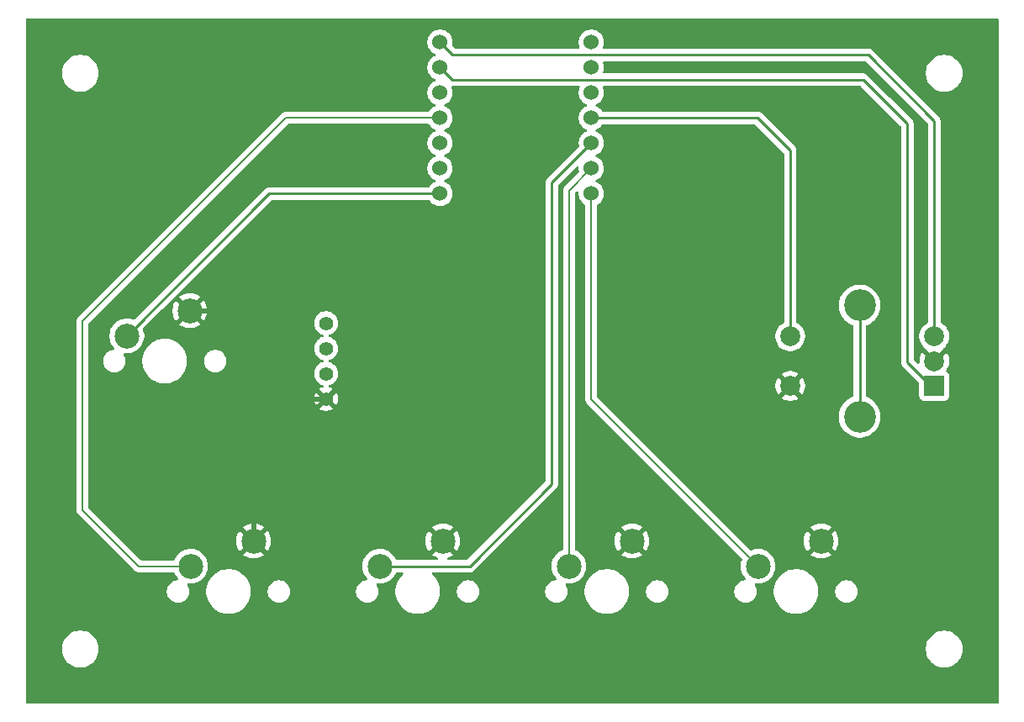
<source format=gbl>
%TF.GenerationSoftware,KiCad,Pcbnew,9.0.7*%
%TF.CreationDate,2026-01-03T15:51:29+01:00*%
%TF.ProjectId,Hackpad,4861636b-7061-4642-9e6b-696361645f70,rev?*%
%TF.SameCoordinates,Original*%
%TF.FileFunction,Copper,L2,Bot*%
%TF.FilePolarity,Positive*%
%FSLAX46Y46*%
G04 Gerber Fmt 4.6, Leading zero omitted, Abs format (unit mm)*
G04 Created by KiCad (PCBNEW 9.0.7) date 2026-01-03 15:51:29*
%MOMM*%
%LPD*%
G01*
G04 APERTURE LIST*
%TA.AperFunction,ComponentPad*%
%ADD10C,1.400000*%
%TD*%
%TA.AperFunction,ComponentPad*%
%ADD11C,2.500000*%
%TD*%
%TA.AperFunction,ComponentPad*%
%ADD12R,2.000000X2.000000*%
%TD*%
%TA.AperFunction,ComponentPad*%
%ADD13C,2.000000*%
%TD*%
%TA.AperFunction,ComponentPad*%
%ADD14C,3.200000*%
%TD*%
%TA.AperFunction,ComponentPad*%
%ADD15C,1.524000*%
%TD*%
%TA.AperFunction,Conductor*%
%ADD16C,0.508000*%
%TD*%
%TA.AperFunction,Conductor*%
%ADD17C,0.254000*%
%TD*%
%TA.AperFunction,Conductor*%
%ADD18C,0.200000*%
%TD*%
G04 APERTURE END LIST*
D10*
%TO.P,OL1,1,SDA*%
%TO.N,Net-(OL1-SDA)*%
X95750000Y-99190000D03*
%TO.P,OL1,2,SCL*%
%TO.N,Net-(OL1-SCL)*%
X95750000Y-101730000D03*
%TO.P,OL1,3,VCC*%
%TO.N,+5V*%
X95750000Y-104270000D03*
%TO.P,OL1,4,GND*%
%TO.N,GND*%
X95750000Y-106810000D03*
%TD*%
D11*
%TO.P,SW2,1,1*%
%TO.N,Net-(U1-GPIO4{slash}MISO)*%
X101165000Y-123666250D03*
%TO.P,SW2,2,2*%
%TO.N,GND*%
X107515000Y-121126250D03*
%TD*%
%TO.P,SW1,1,1*%
%TO.N,Net-(U1-GPIO29{slash}ADC3{slash}A3)*%
X82115000Y-123666250D03*
%TO.P,SW1,2,2*%
%TO.N,GND*%
X88465000Y-121126250D03*
%TD*%
D12*
%TO.P,SW6,A,A*%
%TO.N,Net-(U1-GPIO27{slash}ADC1{slash}A1)*%
X157000000Y-105500000D03*
D13*
%TO.P,SW6,B,B*%
%TO.N,Net-(U1-GPIO26{slash}ADC0{slash}A0)*%
X157000000Y-100500000D03*
%TO.P,SW6,C,C*%
%TO.N,GND*%
X157000000Y-103000000D03*
D14*
%TO.P,SW6,MP,MP*%
%TO.N,unconnected-(SW6-PadMP)*%
X149500000Y-108600000D03*
X149500000Y-97400000D03*
D13*
%TO.P,SW6,S1,S1*%
%TO.N,Net-(U1-GPIO3{slash}MOSI)*%
X142500000Y-100500000D03*
%TO.P,SW6,S2,S2*%
%TO.N,GND*%
X142500000Y-105500000D03*
%TD*%
D15*
%TO.P,U1,1,GPIO26/ADC0/A0*%
%TO.N,Net-(U1-GPIO26{slash}ADC0{slash}A0)*%
X107220000Y-70880000D03*
%TO.P,U1,2,GPIO27/ADC1/A1*%
%TO.N,Net-(U1-GPIO27{slash}ADC1{slash}A1)*%
X107220000Y-73420000D03*
%TO.P,U1,3,GPIO28/ADC2/A2*%
%TO.N,Net-(D1-DIN)*%
X107220000Y-75960000D03*
%TO.P,U1,4,GPIO29/ADC3/A3*%
%TO.N,Net-(U1-GPIO29{slash}ADC3{slash}A3)*%
X107220000Y-78500000D03*
%TO.P,U1,5,GPIO6/SDA*%
%TO.N,Net-(OL1-SDA)*%
X107220000Y-81040000D03*
%TO.P,U1,6,GPIO7/SCL*%
%TO.N,Net-(OL1-SCL)*%
X107220000Y-83580000D03*
%TO.P,U1,7,GPIO0/TX*%
%TO.N,Net-(U1-GPIO0{slash}TX)*%
X107220000Y-86120000D03*
%TO.P,U1,8,GPIO1/RX*%
%TO.N,Net-(U1-GPIO1{slash}RX)*%
X122460000Y-86120000D03*
%TO.P,U1,9,GPIO2/SCK*%
%TO.N,Net-(U1-GPIO2{slash}SCK)*%
X122460000Y-83580000D03*
%TO.P,U1,10,GPIO4/MISO*%
%TO.N,Net-(U1-GPIO4{slash}MISO)*%
X122460000Y-81040000D03*
%TO.P,U1,11,GPIO3/MOSI*%
%TO.N,Net-(U1-GPIO3{slash}MOSI)*%
X122460000Y-78500000D03*
%TO.P,U1,12,3V3*%
%TO.N,unconnected-(U1-3V3-Pad12)*%
X122460000Y-75960000D03*
%TO.P,U1,13,GND*%
%TO.N,GND*%
X122460000Y-73420000D03*
%TO.P,U1,14,VBUS*%
%TO.N,+5V*%
X122460000Y-70880000D03*
%TD*%
D11*
%TO.P,SW5,1,1*%
%TO.N,Net-(U1-GPIO0{slash}TX)*%
X75690000Y-100460000D03*
%TO.P,SW5,2,2*%
%TO.N,GND*%
X82040000Y-97920000D03*
%TD*%
%TO.P,SW4,1,1*%
%TO.N,Net-(U1-GPIO1{slash}RX)*%
X139265000Y-123666250D03*
%TO.P,SW4,2,2*%
%TO.N,GND*%
X145615000Y-121126250D03*
%TD*%
%TO.P,SW3,1,1*%
%TO.N,Net-(U1-GPIO2{slash}SCK)*%
X120215000Y-123666250D03*
%TO.P,SW3,2,2*%
%TO.N,GND*%
X126565000Y-121126250D03*
%TD*%
D16*
%TO.N,GND*%
X91075000Y-106810000D02*
X95750000Y-106810000D01*
X88465000Y-109420000D02*
X88465000Y-100265000D01*
X86120000Y-97920000D02*
X82040000Y-97920000D01*
X88465000Y-109420000D02*
X91075000Y-106810000D01*
X88465000Y-109420000D02*
X88465000Y-121126250D01*
X88465000Y-100265000D02*
X86120000Y-97920000D01*
D17*
%TO.N,Net-(U1-GPIO0{slash}TX)*%
X90030000Y-86120000D02*
X107220000Y-86120000D01*
X75690000Y-100460000D02*
X90030000Y-86120000D01*
%TO.N,unconnected-(SW6-PadMP)*%
X149500000Y-97400000D02*
X149500000Y-108600000D01*
%TO.N,Net-(U1-GPIO26{slash}ADC0{slash}A0)*%
X108490000Y-72150000D02*
X107220000Y-70880000D01*
X150350000Y-72150000D02*
X108490000Y-72150000D01*
X157000000Y-100500000D02*
X157000000Y-78800000D01*
X157000000Y-78800000D02*
X150350000Y-72150000D01*
D18*
%TO.N,Net-(U1-GPIO1{slash}RX)*%
X122460000Y-106861250D02*
X139265000Y-123666250D01*
X122460000Y-86120000D02*
X122460000Y-106861250D01*
%TO.N,Net-(U1-GPIO2{slash}SCK)*%
X120215000Y-85825000D02*
X120215000Y-123666250D01*
X122460000Y-83580000D02*
X120215000Y-85825000D01*
%TO.N,Net-(U1-GPIO29{slash}ADC3{slash}A3)*%
X71200000Y-99000000D02*
X71200000Y-118000000D01*
X76866250Y-123666250D02*
X82115000Y-123666250D01*
X71200000Y-118000000D02*
X76866250Y-123666250D01*
X91700000Y-78500000D02*
X71200000Y-99000000D01*
X107220000Y-78500000D02*
X91700000Y-78500000D01*
D17*
%TO.N,Net-(U1-GPIO4{slash}MISO)*%
X110203750Y-123666250D02*
X118480000Y-115390000D01*
X101165000Y-123666250D02*
X110203750Y-123666250D01*
X118480000Y-85020000D02*
X122460000Y-81040000D01*
X118480000Y-115390000D02*
X118480000Y-85020000D01*
%TO.N,Net-(U1-GPIO27{slash}ADC1{slash}A1)*%
X154280000Y-103120000D02*
X154280000Y-79080000D01*
X156660000Y-105500000D02*
X154280000Y-103120000D01*
X154280000Y-79080000D02*
X149850000Y-74650000D01*
X108450000Y-74650000D02*
X107220000Y-73420000D01*
X149850000Y-74650000D02*
X108450000Y-74650000D01*
%TO.N,Net-(U1-GPIO3{slash}MOSI)*%
X142500000Y-81800000D02*
X139200000Y-78500000D01*
X139200000Y-78500000D02*
X122460000Y-78500000D01*
X142500000Y-100500000D02*
X142500000Y-81800000D01*
%TD*%
%TA.AperFunction,Conductor*%
%TO.N,GND*%
G36*
X150105758Y-72797185D02*
G01*
X150126400Y-72813819D01*
X156336181Y-79023600D01*
X156369666Y-79084923D01*
X156372500Y-79111281D01*
X156372500Y-99059688D01*
X156352815Y-99126727D01*
X156304796Y-99170172D01*
X156213569Y-99216655D01*
X156120216Y-99284481D01*
X156022490Y-99355483D01*
X156022488Y-99355485D01*
X156022487Y-99355485D01*
X155855485Y-99522487D01*
X155855485Y-99522488D01*
X155855483Y-99522490D01*
X155813205Y-99580681D01*
X155716657Y-99713566D01*
X155609433Y-99924003D01*
X155536446Y-100148631D01*
X155499500Y-100381902D01*
X155499500Y-100618097D01*
X155536446Y-100851368D01*
X155609433Y-101075996D01*
X155690897Y-101235876D01*
X155716657Y-101286433D01*
X155855483Y-101477510D01*
X156022490Y-101644517D01*
X156078739Y-101685384D01*
X156121403Y-101740713D01*
X156126095Y-101772542D01*
X156870591Y-102517037D01*
X156807007Y-102534075D01*
X156692993Y-102599901D01*
X156599901Y-102692993D01*
X156534075Y-102807007D01*
X156517037Y-102870591D01*
X155777340Y-102130894D01*
X155717084Y-102213830D01*
X155609897Y-102424197D01*
X155536934Y-102648752D01*
X155500000Y-102881947D01*
X155500000Y-103118050D01*
X155503255Y-103138606D01*
X155494298Y-103207899D01*
X155449300Y-103261350D01*
X155382548Y-103281987D01*
X155315235Y-103263260D01*
X155293100Y-103245681D01*
X154943819Y-102896400D01*
X154910334Y-102835077D01*
X154907500Y-102808719D01*
X154907500Y-79018194D01*
X154883386Y-78896970D01*
X154883385Y-78896969D01*
X154883385Y-78896965D01*
X154841414Y-78795637D01*
X154836086Y-78782773D01*
X154836079Y-78782760D01*
X154767412Y-78679993D01*
X154767411Y-78679992D01*
X154680008Y-78592589D01*
X152532048Y-76444629D01*
X150250011Y-74162591D01*
X150250006Y-74162587D01*
X150240102Y-74155969D01*
X150240088Y-74155961D01*
X150237197Y-74154029D01*
X150147233Y-74093917D01*
X150113784Y-74080062D01*
X150105745Y-74076732D01*
X150105740Y-74076729D01*
X150033035Y-74046614D01*
X150033027Y-74046612D01*
X149911807Y-74022500D01*
X149911803Y-74022500D01*
X123761852Y-74022500D01*
X123694813Y-74002815D01*
X123649058Y-73950011D01*
X123639114Y-73880853D01*
X123643921Y-73860181D01*
X123690925Y-73715519D01*
X123722000Y-73519321D01*
X123722000Y-73320678D01*
X123690925Y-73124480D01*
X123630924Y-72939819D01*
X123628929Y-72869978D01*
X123665009Y-72810145D01*
X123727710Y-72779316D01*
X123748855Y-72777500D01*
X150038719Y-72777500D01*
X150105758Y-72797185D01*
G37*
%TD.AperFunction*%
%TA.AperFunction,Conductor*%
G36*
X163442539Y-68520185D02*
G01*
X163488294Y-68572989D01*
X163499500Y-68624500D01*
X163499500Y-137375500D01*
X163479815Y-137442539D01*
X163427011Y-137488294D01*
X163375500Y-137499500D01*
X65624500Y-137499500D01*
X65557461Y-137479815D01*
X65511706Y-137427011D01*
X65500500Y-137375500D01*
X65500500Y-131878711D01*
X69149500Y-131878711D01*
X69149500Y-132121288D01*
X69181161Y-132361785D01*
X69243947Y-132596104D01*
X69336773Y-132820205D01*
X69336776Y-132820212D01*
X69458064Y-133030289D01*
X69458066Y-133030292D01*
X69458067Y-133030293D01*
X69605733Y-133222736D01*
X69605739Y-133222743D01*
X69777256Y-133394260D01*
X69777262Y-133394265D01*
X69969711Y-133541936D01*
X70179788Y-133663224D01*
X70403900Y-133756054D01*
X70638211Y-133818838D01*
X70818586Y-133842584D01*
X70878711Y-133850500D01*
X70878712Y-133850500D01*
X71121289Y-133850500D01*
X71169388Y-133844167D01*
X71361789Y-133818838D01*
X71596100Y-133756054D01*
X71820212Y-133663224D01*
X72030289Y-133541936D01*
X72222738Y-133394265D01*
X72394265Y-133222738D01*
X72541936Y-133030289D01*
X72663224Y-132820212D01*
X72756054Y-132596100D01*
X72818838Y-132361789D01*
X72850500Y-132121288D01*
X72850500Y-131878712D01*
X72850500Y-131878711D01*
X156149500Y-131878711D01*
X156149500Y-132121288D01*
X156181161Y-132361785D01*
X156243947Y-132596104D01*
X156336773Y-132820205D01*
X156336776Y-132820212D01*
X156458064Y-133030289D01*
X156458066Y-133030292D01*
X156458067Y-133030293D01*
X156605733Y-133222736D01*
X156605739Y-133222743D01*
X156777256Y-133394260D01*
X156777262Y-133394265D01*
X156969711Y-133541936D01*
X157179788Y-133663224D01*
X157403900Y-133756054D01*
X157638211Y-133818838D01*
X157818586Y-133842584D01*
X157878711Y-133850500D01*
X157878712Y-133850500D01*
X158121289Y-133850500D01*
X158169388Y-133844167D01*
X158361789Y-133818838D01*
X158596100Y-133756054D01*
X158820212Y-133663224D01*
X159030289Y-133541936D01*
X159222738Y-133394265D01*
X159394265Y-133222738D01*
X159541936Y-133030289D01*
X159663224Y-132820212D01*
X159756054Y-132596100D01*
X159818838Y-132361789D01*
X159850500Y-132121288D01*
X159850500Y-131878712D01*
X159818838Y-131638211D01*
X159756054Y-131403900D01*
X159663224Y-131179788D01*
X159541936Y-130969711D01*
X159394265Y-130777262D01*
X159394260Y-130777256D01*
X159222743Y-130605739D01*
X159222736Y-130605733D01*
X159030293Y-130458067D01*
X159030292Y-130458066D01*
X159030289Y-130458064D01*
X158820212Y-130336776D01*
X158820205Y-130336773D01*
X158596104Y-130243947D01*
X158361785Y-130181161D01*
X158121289Y-130149500D01*
X158121288Y-130149500D01*
X157878712Y-130149500D01*
X157878711Y-130149500D01*
X157638214Y-130181161D01*
X157403895Y-130243947D01*
X157179794Y-130336773D01*
X157179785Y-130336777D01*
X156969706Y-130458067D01*
X156777263Y-130605733D01*
X156777256Y-130605739D01*
X156605739Y-130777256D01*
X156605733Y-130777263D01*
X156458067Y-130969706D01*
X156336777Y-131179785D01*
X156336773Y-131179794D01*
X156243947Y-131403895D01*
X156181161Y-131638214D01*
X156149500Y-131878711D01*
X72850500Y-131878711D01*
X72818838Y-131638211D01*
X72756054Y-131403900D01*
X72663224Y-131179788D01*
X72541936Y-130969711D01*
X72394265Y-130777262D01*
X72394260Y-130777256D01*
X72222743Y-130605739D01*
X72222736Y-130605733D01*
X72030293Y-130458067D01*
X72030292Y-130458066D01*
X72030289Y-130458064D01*
X71820212Y-130336776D01*
X71820205Y-130336773D01*
X71596104Y-130243947D01*
X71361785Y-130181161D01*
X71121289Y-130149500D01*
X71121288Y-130149500D01*
X70878712Y-130149500D01*
X70878711Y-130149500D01*
X70638214Y-130181161D01*
X70403895Y-130243947D01*
X70179794Y-130336773D01*
X70179785Y-130336777D01*
X69969706Y-130458067D01*
X69777263Y-130605733D01*
X69777256Y-130605739D01*
X69605739Y-130777256D01*
X69605733Y-130777263D01*
X69458067Y-130969706D01*
X69336777Y-131179785D01*
X69336773Y-131179794D01*
X69243947Y-131403895D01*
X69181161Y-131638214D01*
X69149500Y-131878711D01*
X65500500Y-131878711D01*
X65500500Y-118079054D01*
X70599498Y-118079054D01*
X70640423Y-118231785D01*
X70669358Y-118281900D01*
X70669359Y-118281904D01*
X70669360Y-118281904D01*
X70719479Y-118368714D01*
X70719481Y-118368717D01*
X70838349Y-118487585D01*
X70838354Y-118487589D01*
X76497534Y-124146770D01*
X76497536Y-124146771D01*
X76497540Y-124146774D01*
X76628402Y-124222326D01*
X76634466Y-124225827D01*
X76787193Y-124266751D01*
X76787195Y-124266751D01*
X76952904Y-124266751D01*
X76952920Y-124266750D01*
X80386154Y-124266750D01*
X80453193Y-124286435D01*
X80498948Y-124339239D01*
X80500715Y-124343298D01*
X80541650Y-124442126D01*
X80541657Y-124442140D01*
X80656392Y-124640867D01*
X80796081Y-124822911D01*
X80796089Y-124822920D01*
X80842238Y-124869069D01*
X80875723Y-124930392D01*
X80870739Y-125000084D01*
X80828867Y-125056017D01*
X80763403Y-125080434D01*
X80757967Y-125080628D01*
X80756423Y-125080749D01*
X80581443Y-125108464D01*
X80412960Y-125163206D01*
X80412957Y-125163207D01*
X80255109Y-125243636D01*
X80173338Y-125303046D01*
X80111786Y-125347767D01*
X80111784Y-125347769D01*
X80111783Y-125347769D01*
X79986519Y-125473033D01*
X79986519Y-125473034D01*
X79986517Y-125473036D01*
X79941796Y-125534588D01*
X79882386Y-125616359D01*
X79801957Y-125774207D01*
X79801956Y-125774210D01*
X79747214Y-125942693D01*
X79719500Y-126117671D01*
X79719500Y-126294828D01*
X79747214Y-126469806D01*
X79801956Y-126638289D01*
X79801957Y-126638292D01*
X79882386Y-126796140D01*
X79986517Y-126939464D01*
X80111786Y-127064733D01*
X80255110Y-127168864D01*
X80323577Y-127203750D01*
X80412957Y-127249292D01*
X80412960Y-127249293D01*
X80497201Y-127276664D01*
X80581445Y-127304036D01*
X80756421Y-127331750D01*
X80756422Y-127331750D01*
X80933578Y-127331750D01*
X80933579Y-127331750D01*
X81108555Y-127304036D01*
X81277042Y-127249292D01*
X81434890Y-127168864D01*
X81578214Y-127064733D01*
X81703483Y-126939464D01*
X81807614Y-126796140D01*
X81888042Y-126638292D01*
X81942786Y-126469805D01*
X81970500Y-126294829D01*
X81970500Y-126117671D01*
X81961165Y-126058736D01*
X83674500Y-126058736D01*
X83674500Y-126353763D01*
X83689778Y-126469805D01*
X83713007Y-126646243D01*
X83789361Y-126931201D01*
X83789364Y-126931211D01*
X83902254Y-127203750D01*
X83902258Y-127203760D01*
X84049761Y-127459243D01*
X84229352Y-127693290D01*
X84229358Y-127693297D01*
X84437952Y-127901891D01*
X84437959Y-127901897D01*
X84672006Y-128081488D01*
X84927489Y-128228991D01*
X84927490Y-128228991D01*
X84927493Y-128228993D01*
X85200048Y-128341889D01*
X85485007Y-128418243D01*
X85777494Y-128456750D01*
X85777501Y-128456750D01*
X86072499Y-128456750D01*
X86072506Y-128456750D01*
X86364993Y-128418243D01*
X86649952Y-128341889D01*
X86922507Y-128228993D01*
X87177994Y-128081488D01*
X87412042Y-127901896D01*
X87620646Y-127693292D01*
X87800238Y-127459244D01*
X87947743Y-127203757D01*
X88060639Y-126931202D01*
X88136993Y-126646243D01*
X88175500Y-126353756D01*
X88175500Y-126117671D01*
X89879500Y-126117671D01*
X89879500Y-126294828D01*
X89907214Y-126469806D01*
X89961956Y-126638289D01*
X89961957Y-126638292D01*
X90042386Y-126796140D01*
X90146517Y-126939464D01*
X90271786Y-127064733D01*
X90415110Y-127168864D01*
X90483577Y-127203750D01*
X90572957Y-127249292D01*
X90572960Y-127249293D01*
X90657201Y-127276664D01*
X90741445Y-127304036D01*
X90916421Y-127331750D01*
X90916422Y-127331750D01*
X91093578Y-127331750D01*
X91093579Y-127331750D01*
X91268555Y-127304036D01*
X91437042Y-127249292D01*
X91594890Y-127168864D01*
X91738214Y-127064733D01*
X91863483Y-126939464D01*
X91967614Y-126796140D01*
X92048042Y-126638292D01*
X92102786Y-126469805D01*
X92130500Y-126294829D01*
X92130500Y-126117671D01*
X92102786Y-125942695D01*
X92048042Y-125774208D01*
X92048042Y-125774207D01*
X91967613Y-125616359D01*
X91956518Y-125601088D01*
X91863483Y-125473036D01*
X91738214Y-125347767D01*
X91594890Y-125243636D01*
X91586953Y-125239592D01*
X91437042Y-125163207D01*
X91437039Y-125163206D01*
X91268556Y-125108464D01*
X91181067Y-125094607D01*
X91093579Y-125080750D01*
X90916421Y-125080750D01*
X90858095Y-125089988D01*
X90741443Y-125108464D01*
X90572960Y-125163206D01*
X90572957Y-125163207D01*
X90415109Y-125243636D01*
X90333338Y-125303046D01*
X90271786Y-125347767D01*
X90271784Y-125347769D01*
X90271783Y-125347769D01*
X90146519Y-125473033D01*
X90146519Y-125473034D01*
X90146517Y-125473036D01*
X90101796Y-125534588D01*
X90042386Y-125616359D01*
X89961957Y-125774207D01*
X89961956Y-125774210D01*
X89907214Y-125942693D01*
X89879500Y-126117671D01*
X88175500Y-126117671D01*
X88175500Y-126058744D01*
X88136993Y-125766257D01*
X88060639Y-125481298D01*
X87947743Y-125208743D01*
X87921453Y-125163208D01*
X87800238Y-124953256D01*
X87620647Y-124719209D01*
X87620641Y-124719202D01*
X87412047Y-124510608D01*
X87412040Y-124510602D01*
X87177993Y-124331011D01*
X86922510Y-124183508D01*
X86922500Y-124183504D01*
X86649961Y-124070614D01*
X86649954Y-124070612D01*
X86649952Y-124070611D01*
X86364993Y-123994257D01*
X86316113Y-123987821D01*
X86072513Y-123955750D01*
X86072506Y-123955750D01*
X85777494Y-123955750D01*
X85777486Y-123955750D01*
X85499085Y-123992403D01*
X85485007Y-123994257D01*
X85216294Y-124066258D01*
X85200048Y-124070611D01*
X85200038Y-124070614D01*
X84927499Y-124183504D01*
X84927489Y-124183508D01*
X84672006Y-124331011D01*
X84437959Y-124510602D01*
X84437952Y-124510608D01*
X84229358Y-124719202D01*
X84229352Y-124719209D01*
X84049761Y-124953256D01*
X83902258Y-125208739D01*
X83902254Y-125208749D01*
X83789364Y-125481288D01*
X83789361Y-125481298D01*
X83753172Y-125616360D01*
X83713008Y-125766254D01*
X83713006Y-125766265D01*
X83674500Y-126058736D01*
X81961165Y-126058736D01*
X81942786Y-125942695D01*
X81888042Y-125774208D01*
X81888042Y-125774207D01*
X81807613Y-125616359D01*
X81796518Y-125601088D01*
X81773038Y-125535282D01*
X81788863Y-125467228D01*
X81838968Y-125418533D01*
X81907446Y-125404657D01*
X81912977Y-125405258D01*
X82000266Y-125416750D01*
X82000273Y-125416750D01*
X82229727Y-125416750D01*
X82229734Y-125416750D01*
X82457238Y-125386798D01*
X82678887Y-125327408D01*
X82890888Y-125239594D01*
X83089612Y-125124861D01*
X83271661Y-124985169D01*
X83271665Y-124985164D01*
X83271670Y-124985161D01*
X83433911Y-124822920D01*
X83433914Y-124822915D01*
X83433919Y-124822911D01*
X83573611Y-124640862D01*
X83688344Y-124442138D01*
X83776158Y-124230137D01*
X83835548Y-124008488D01*
X83865500Y-123780984D01*
X83865500Y-123551516D01*
X83835548Y-123324012D01*
X83776158Y-123102363D01*
X83703510Y-122926975D01*
X83688349Y-122890373D01*
X83688346Y-122890367D01*
X83688344Y-122890362D01*
X83573611Y-122691638D01*
X83433919Y-122509589D01*
X83433918Y-122509588D01*
X83433911Y-122509580D01*
X83271670Y-122347339D01*
X83271661Y-122347331D01*
X83089617Y-122207642D01*
X82890890Y-122092907D01*
X82890876Y-122092900D01*
X82678887Y-122005092D01*
X82676461Y-122004442D01*
X82457238Y-121945702D01*
X82419215Y-121940696D01*
X82229741Y-121915750D01*
X82229734Y-121915750D01*
X82000266Y-121915750D01*
X82000258Y-121915750D01*
X81783715Y-121944259D01*
X81772762Y-121945702D01*
X81679076Y-121970804D01*
X81551112Y-122005092D01*
X81339123Y-122092900D01*
X81339109Y-122092907D01*
X81140382Y-122207642D01*
X80958338Y-122347331D01*
X80796081Y-122509588D01*
X80656392Y-122691632D01*
X80541657Y-122890359D01*
X80541650Y-122890373D01*
X80500715Y-122989202D01*
X80456875Y-123043606D01*
X80390580Y-123065671D01*
X80386154Y-123065750D01*
X77166348Y-123065750D01*
X77099309Y-123046065D01*
X77078667Y-123029431D01*
X75060791Y-121011555D01*
X86715000Y-121011555D01*
X86715000Y-121240944D01*
X86715001Y-121240960D01*
X86744942Y-121468387D01*
X86804318Y-121689980D01*
X86892102Y-121901909D01*
X86892106Y-121901919D01*
X87006799Y-122100574D01*
X87006805Y-122100581D01*
X87063381Y-122174314D01*
X87787421Y-121450274D01*
X87800359Y-121481508D01*
X87882437Y-121604347D01*
X87986903Y-121708813D01*
X88109742Y-121790891D01*
X88140974Y-121803828D01*
X87416934Y-122527867D01*
X87416934Y-122527868D01*
X87490666Y-122584444D01*
X87689330Y-122699143D01*
X87689340Y-122699147D01*
X87901269Y-122786931D01*
X88122862Y-122846307D01*
X88350289Y-122876248D01*
X88350306Y-122876250D01*
X88579694Y-122876250D01*
X88579710Y-122876248D01*
X88807137Y-122846307D01*
X89028730Y-122786931D01*
X89240659Y-122699147D01*
X89240668Y-122699143D01*
X89439327Y-122584447D01*
X89439334Y-122584442D01*
X89513064Y-122527867D01*
X88789025Y-121803828D01*
X88820258Y-121790891D01*
X88943097Y-121708813D01*
X89047563Y-121604347D01*
X89129641Y-121481508D01*
X89142578Y-121450275D01*
X89866617Y-122174314D01*
X89923192Y-122100584D01*
X89923197Y-122100577D01*
X90037893Y-121901918D01*
X90037897Y-121901909D01*
X90125681Y-121689980D01*
X90185057Y-121468387D01*
X90214998Y-121240960D01*
X90215000Y-121240944D01*
X90215000Y-121011555D01*
X90214998Y-121011539D01*
X90185057Y-120784112D01*
X90125681Y-120562519D01*
X90037897Y-120350590D01*
X90037893Y-120350580D01*
X89923194Y-120151916D01*
X89866618Y-120078184D01*
X89866617Y-120078184D01*
X89142577Y-120802223D01*
X89129641Y-120770992D01*
X89047563Y-120648153D01*
X88943097Y-120543687D01*
X88820258Y-120461609D01*
X88789023Y-120448671D01*
X89513064Y-119724631D01*
X89513064Y-119724630D01*
X89439331Y-119668055D01*
X89439324Y-119668049D01*
X89240669Y-119553356D01*
X89240659Y-119553352D01*
X89028730Y-119465568D01*
X88807137Y-119406192D01*
X88579710Y-119376251D01*
X88579694Y-119376250D01*
X88350306Y-119376250D01*
X88350289Y-119376251D01*
X88122862Y-119406192D01*
X87901269Y-119465568D01*
X87689340Y-119553352D01*
X87689330Y-119553356D01*
X87490673Y-119668051D01*
X87490659Y-119668060D01*
X87416934Y-119724630D01*
X88140975Y-120448671D01*
X88109742Y-120461609D01*
X87986903Y-120543687D01*
X87882437Y-120648153D01*
X87800359Y-120770992D01*
X87787421Y-120802224D01*
X87063381Y-120078184D01*
X87063380Y-120078184D01*
X87006810Y-120151909D01*
X87006801Y-120151923D01*
X86892106Y-120350580D01*
X86892102Y-120350590D01*
X86804318Y-120562519D01*
X86744942Y-120784112D01*
X86715001Y-121011539D01*
X86715000Y-121011555D01*
X75060791Y-121011555D01*
X71836819Y-117787583D01*
X71803334Y-117726260D01*
X71800500Y-117699902D01*
X71800500Y-99300097D01*
X71820185Y-99233058D01*
X71836819Y-99212416D01*
X91912416Y-79136819D01*
X91973739Y-79103334D01*
X92000097Y-79100500D01*
X106033270Y-79100500D01*
X106100309Y-79120185D01*
X106137191Y-79157866D01*
X106137349Y-79157752D01*
X106138127Y-79158823D01*
X106139000Y-79159715D01*
X106140210Y-79161690D01*
X106140213Y-79161694D01*
X106257019Y-79322464D01*
X106397536Y-79462981D01*
X106558306Y-79579787D01*
X106676832Y-79640179D01*
X106714780Y-79659515D01*
X106765576Y-79707490D01*
X106782371Y-79775311D01*
X106759833Y-79841446D01*
X106714780Y-79880485D01*
X106558305Y-79960213D01*
X106397533Y-80077021D01*
X106257021Y-80217533D01*
X106140213Y-80378305D01*
X106049994Y-80555367D01*
X106049993Y-80555370D01*
X105988587Y-80744362D01*
X105957500Y-80940639D01*
X105957500Y-81139360D01*
X105988587Y-81335637D01*
X106049993Y-81524629D01*
X106049994Y-81524632D01*
X106110002Y-81642402D01*
X106140213Y-81701694D01*
X106257019Y-81862464D01*
X106397536Y-82002981D01*
X106558306Y-82119787D01*
X106676832Y-82180179D01*
X106714780Y-82199515D01*
X106765576Y-82247490D01*
X106782371Y-82315311D01*
X106759833Y-82381446D01*
X106714780Y-82420485D01*
X106558305Y-82500213D01*
X106397533Y-82617021D01*
X106257021Y-82757533D01*
X106140213Y-82918305D01*
X106049994Y-83095367D01*
X106049993Y-83095370D01*
X105988587Y-83284362D01*
X105957500Y-83480639D01*
X105957500Y-83679360D01*
X105988587Y-83875637D01*
X106049993Y-84064629D01*
X106049994Y-84064632D01*
X106140213Y-84241694D01*
X106257019Y-84402464D01*
X106397536Y-84542981D01*
X106558306Y-84659787D01*
X106676832Y-84720179D01*
X106714780Y-84739515D01*
X106765576Y-84787490D01*
X106782371Y-84855311D01*
X106759833Y-84921446D01*
X106714780Y-84960485D01*
X106558305Y-85040213D01*
X106397533Y-85157021D01*
X106257021Y-85297533D01*
X106257021Y-85297534D01*
X106257019Y-85297536D01*
X106164973Y-85424225D01*
X106152506Y-85441386D01*
X106097176Y-85484051D01*
X106052188Y-85492500D01*
X89968194Y-85492500D01*
X89846970Y-85516613D01*
X89846960Y-85516616D01*
X89732773Y-85563913D01*
X89732761Y-85563920D01*
X89643768Y-85623383D01*
X89643769Y-85623384D01*
X89629987Y-85632592D01*
X76460860Y-98801719D01*
X76399537Y-98835204D01*
X76329845Y-98830220D01*
X76325757Y-98828611D01*
X76260833Y-98801719D01*
X76253890Y-98798843D01*
X76253888Y-98798842D01*
X76253887Y-98798842D01*
X76032238Y-98739452D01*
X75994215Y-98734446D01*
X75804741Y-98709500D01*
X75804734Y-98709500D01*
X75575266Y-98709500D01*
X75575258Y-98709500D01*
X75358715Y-98738009D01*
X75347762Y-98739452D01*
X75254076Y-98764554D01*
X75126112Y-98798842D01*
X74914123Y-98886650D01*
X74914109Y-98886657D01*
X74715382Y-99001392D01*
X74533338Y-99141081D01*
X74371081Y-99303338D01*
X74231392Y-99485382D01*
X74116657Y-99684109D01*
X74116650Y-99684123D01*
X74028842Y-99896112D01*
X74008488Y-99972075D01*
X73972688Y-100105687D01*
X73969453Y-100117759D01*
X73969451Y-100117770D01*
X73939500Y-100345258D01*
X73939500Y-100574741D01*
X73956418Y-100703240D01*
X73969452Y-100802238D01*
X74008488Y-100947924D01*
X74028842Y-101023887D01*
X74116650Y-101235876D01*
X74116657Y-101235890D01*
X74231392Y-101434617D01*
X74371081Y-101616661D01*
X74371089Y-101616670D01*
X74417238Y-101662819D01*
X74450723Y-101724142D01*
X74445739Y-101793834D01*
X74403867Y-101849767D01*
X74338403Y-101874184D01*
X74332967Y-101874378D01*
X74331423Y-101874499D01*
X74156443Y-101902214D01*
X73987960Y-101956956D01*
X73987957Y-101956957D01*
X73830109Y-102037386D01*
X73748338Y-102096796D01*
X73686786Y-102141517D01*
X73686784Y-102141519D01*
X73686783Y-102141519D01*
X73561519Y-102266783D01*
X73561519Y-102266784D01*
X73561517Y-102266786D01*
X73516796Y-102328338D01*
X73457386Y-102410109D01*
X73376957Y-102567957D01*
X73376956Y-102567960D01*
X73322214Y-102736443D01*
X73303833Y-102852494D01*
X73294500Y-102911421D01*
X73294500Y-103088579D01*
X73302424Y-103138606D01*
X73322214Y-103263556D01*
X73376956Y-103432039D01*
X73376957Y-103432042D01*
X73450208Y-103575802D01*
X73457386Y-103589890D01*
X73561517Y-103733214D01*
X73686786Y-103858483D01*
X73830110Y-103962614D01*
X73903484Y-104000000D01*
X73987957Y-104043042D01*
X73987960Y-104043043D01*
X74072201Y-104070414D01*
X74156445Y-104097786D01*
X74331421Y-104125500D01*
X74331422Y-104125500D01*
X74508578Y-104125500D01*
X74508579Y-104125500D01*
X74683555Y-104097786D01*
X74852042Y-104043042D01*
X75009890Y-103962614D01*
X75153214Y-103858483D01*
X75278483Y-103733214D01*
X75382614Y-103589890D01*
X75463042Y-103432042D01*
X75517786Y-103263555D01*
X75545500Y-103088579D01*
X75545500Y-102911421D01*
X75536165Y-102852486D01*
X77249500Y-102852486D01*
X77249500Y-103147513D01*
X77276727Y-103354312D01*
X77288007Y-103439993D01*
X77341813Y-103640800D01*
X77364361Y-103724951D01*
X77364364Y-103724961D01*
X77477254Y-103997500D01*
X77477258Y-103997510D01*
X77624761Y-104252993D01*
X77804352Y-104487040D01*
X77804358Y-104487047D01*
X78012952Y-104695641D01*
X78012959Y-104695647D01*
X78247006Y-104875238D01*
X78502489Y-105022741D01*
X78502490Y-105022741D01*
X78502493Y-105022743D01*
X78775048Y-105135639D01*
X79060007Y-105211993D01*
X79352494Y-105250500D01*
X79352501Y-105250500D01*
X79647499Y-105250500D01*
X79647506Y-105250500D01*
X79939993Y-105211993D01*
X80224952Y-105135639D01*
X80497507Y-105022743D01*
X80752994Y-104875238D01*
X80987042Y-104695646D01*
X81195646Y-104487042D01*
X81375238Y-104252994D01*
X81522743Y-103997507D01*
X81635639Y-103724952D01*
X81711993Y-103439993D01*
X81750500Y-103147506D01*
X81750500Y-102911421D01*
X83454500Y-102911421D01*
X83454500Y-103088579D01*
X83462424Y-103138606D01*
X83482214Y-103263556D01*
X83536956Y-103432039D01*
X83536957Y-103432042D01*
X83610208Y-103575802D01*
X83617386Y-103589890D01*
X83721517Y-103733214D01*
X83846786Y-103858483D01*
X83990110Y-103962614D01*
X84063484Y-104000000D01*
X84147957Y-104043042D01*
X84147960Y-104043043D01*
X84232201Y-104070414D01*
X84316445Y-104097786D01*
X84491421Y-104125500D01*
X84491422Y-104125500D01*
X84668578Y-104125500D01*
X84668579Y-104125500D01*
X84843555Y-104097786D01*
X85012042Y-104043042D01*
X85169890Y-103962614D01*
X85313214Y-103858483D01*
X85438483Y-103733214D01*
X85542614Y-103589890D01*
X85623042Y-103432042D01*
X85677786Y-103263555D01*
X85705500Y-103088579D01*
X85705500Y-102911421D01*
X85677786Y-102736445D01*
X85623042Y-102567958D01*
X85623042Y-102567957D01*
X85582061Y-102487529D01*
X85542614Y-102410110D01*
X85438483Y-102266786D01*
X85313214Y-102141517D01*
X85169890Y-102037386D01*
X85161953Y-102033342D01*
X85012042Y-101956957D01*
X85012039Y-101956956D01*
X84843556Y-101902214D01*
X84756067Y-101888357D01*
X84668579Y-101874500D01*
X84491421Y-101874500D01*
X84433095Y-101883738D01*
X84316443Y-101902214D01*
X84147960Y-101956956D01*
X84147957Y-101956957D01*
X83990109Y-102037386D01*
X83908338Y-102096796D01*
X83846786Y-102141517D01*
X83846784Y-102141519D01*
X83846783Y-102141519D01*
X83721519Y-102266783D01*
X83721519Y-102266784D01*
X83721517Y-102266786D01*
X83676796Y-102328338D01*
X83617386Y-102410109D01*
X83536957Y-102567957D01*
X83536956Y-102567960D01*
X83482214Y-102736443D01*
X83463833Y-102852494D01*
X83454500Y-102911421D01*
X81750500Y-102911421D01*
X81750500Y-102852494D01*
X81711993Y-102560007D01*
X81635639Y-102275048D01*
X81522743Y-102002493D01*
X81521592Y-102000500D01*
X81375238Y-101747006D01*
X81195647Y-101512959D01*
X81195641Y-101512952D01*
X80987047Y-101304358D01*
X80987040Y-101304352D01*
X80752993Y-101124761D01*
X80497510Y-100977258D01*
X80497500Y-100977254D01*
X80224961Y-100864364D01*
X80224954Y-100864362D01*
X80224952Y-100864361D01*
X79939993Y-100788007D01*
X79891113Y-100781571D01*
X79647513Y-100749500D01*
X79647506Y-100749500D01*
X79352494Y-100749500D01*
X79352486Y-100749500D01*
X79074085Y-100786153D01*
X79060007Y-100788007D01*
X78961835Y-100814312D01*
X78775048Y-100864361D01*
X78775038Y-100864364D01*
X78502499Y-100977254D01*
X78502489Y-100977258D01*
X78247006Y-101124761D01*
X78012959Y-101304352D01*
X78012952Y-101304358D01*
X77804358Y-101512952D01*
X77804352Y-101512959D01*
X77624761Y-101747006D01*
X77477258Y-102002489D01*
X77477254Y-102002499D01*
X77364364Y-102275038D01*
X77364361Y-102275048D01*
X77294956Y-102534075D01*
X77288008Y-102560004D01*
X77288006Y-102560015D01*
X77249500Y-102852486D01*
X75536165Y-102852486D01*
X75517786Y-102736445D01*
X75463042Y-102567958D01*
X75463042Y-102567957D01*
X75422061Y-102487529D01*
X75382614Y-102410110D01*
X75371517Y-102394837D01*
X75348038Y-102329032D01*
X75363863Y-102260978D01*
X75413968Y-102212283D01*
X75482446Y-102198407D01*
X75487977Y-102199008D01*
X75575266Y-102210500D01*
X75575273Y-102210500D01*
X75804727Y-102210500D01*
X75804734Y-102210500D01*
X76032238Y-102180548D01*
X76253887Y-102121158D01*
X76465888Y-102033344D01*
X76664612Y-101918611D01*
X76846661Y-101778919D01*
X76846665Y-101778914D01*
X76846670Y-101778911D01*
X77008911Y-101616670D01*
X77008914Y-101616665D01*
X77008919Y-101616661D01*
X77148611Y-101434612D01*
X77263344Y-101235888D01*
X77351158Y-101023887D01*
X77410548Y-100802238D01*
X77440500Y-100574734D01*
X77440500Y-100345266D01*
X77410548Y-100117762D01*
X77351158Y-99896113D01*
X77321399Y-99824271D01*
X77313930Y-99754804D01*
X77345204Y-99692324D01*
X77348251Y-99689166D01*
X79232112Y-97805305D01*
X80290000Y-97805305D01*
X80290000Y-98034694D01*
X80290001Y-98034710D01*
X80319942Y-98262137D01*
X80379318Y-98483730D01*
X80467102Y-98695659D01*
X80467106Y-98695669D01*
X80581799Y-98894324D01*
X80581805Y-98894331D01*
X80638381Y-98968064D01*
X81362421Y-98244024D01*
X81375359Y-98275258D01*
X81457437Y-98398097D01*
X81561903Y-98502563D01*
X81684742Y-98584641D01*
X81715974Y-98597578D01*
X80991934Y-99321617D01*
X80991934Y-99321618D01*
X81065666Y-99378194D01*
X81264330Y-99492893D01*
X81264340Y-99492897D01*
X81476269Y-99580681D01*
X81697862Y-99640057D01*
X81925289Y-99669998D01*
X81925306Y-99670000D01*
X82154694Y-99670000D01*
X82154710Y-99669998D01*
X82382137Y-99640057D01*
X82603730Y-99580681D01*
X82815659Y-99492897D01*
X82815668Y-99492893D01*
X83014327Y-99378197D01*
X83014334Y-99378192D01*
X83088064Y-99321617D01*
X82861960Y-99095513D01*
X94549500Y-99095513D01*
X94549500Y-99284486D01*
X94579059Y-99471118D01*
X94637454Y-99650836D01*
X94686822Y-99747725D01*
X94723240Y-99819199D01*
X94834310Y-99972073D01*
X94967927Y-100105690D01*
X95120801Y-100216760D01*
X95200347Y-100257290D01*
X95289163Y-100302545D01*
X95289165Y-100302545D01*
X95289168Y-100302547D01*
X95378734Y-100331649D01*
X95410803Y-100342069D01*
X95468478Y-100381507D01*
X95495676Y-100445866D01*
X95483761Y-100514712D01*
X95436516Y-100566188D01*
X95410803Y-100577931D01*
X95289163Y-100617454D01*
X95120800Y-100703240D01*
X95057130Y-100749500D01*
X94967927Y-100814310D01*
X94967925Y-100814312D01*
X94967924Y-100814312D01*
X94834312Y-100947924D01*
X94834312Y-100947925D01*
X94834310Y-100947927D01*
X94813000Y-100977258D01*
X94723240Y-101100800D01*
X94637454Y-101269163D01*
X94579059Y-101448881D01*
X94549500Y-101635513D01*
X94549500Y-101824486D01*
X94579059Y-102011118D01*
X94637454Y-102190836D01*
X94680363Y-102275048D01*
X94723240Y-102359199D01*
X94834310Y-102512073D01*
X94967927Y-102645690D01*
X95120801Y-102756760D01*
X95200347Y-102797290D01*
X95289163Y-102842545D01*
X95289165Y-102842545D01*
X95289168Y-102842547D01*
X95343132Y-102860081D01*
X95410803Y-102882069D01*
X95468478Y-102921507D01*
X95495676Y-102985866D01*
X95483761Y-103054712D01*
X95436516Y-103106188D01*
X95410803Y-103117931D01*
X95289163Y-103157454D01*
X95120800Y-103243240D01*
X95038510Y-103303028D01*
X94967927Y-103354310D01*
X94967925Y-103354312D01*
X94967924Y-103354312D01*
X94834312Y-103487924D01*
X94834312Y-103487925D01*
X94834310Y-103487927D01*
X94786610Y-103553579D01*
X94723240Y-103640800D01*
X94637454Y-103809163D01*
X94579059Y-103988881D01*
X94549500Y-104175513D01*
X94549500Y-104364486D01*
X94579059Y-104551118D01*
X94637454Y-104730836D01*
X94711031Y-104875238D01*
X94723240Y-104899199D01*
X94834310Y-105052073D01*
X94967927Y-105185690D01*
X95120801Y-105296760D01*
X95289168Y-105382547D01*
X95411612Y-105422331D01*
X95469287Y-105461769D01*
X95496485Y-105526127D01*
X95484570Y-105594974D01*
X95437326Y-105646449D01*
X95411612Y-105658193D01*
X95289361Y-105697915D01*
X95121060Y-105783669D01*
X95095670Y-105802116D01*
X95095669Y-105802116D01*
X95620591Y-106327037D01*
X95557007Y-106344075D01*
X95442993Y-106409901D01*
X95349901Y-106502993D01*
X95284075Y-106617007D01*
X95267037Y-106680590D01*
X94742116Y-106155669D01*
X94742116Y-106155670D01*
X94723669Y-106181060D01*
X94637914Y-106349362D01*
X94579548Y-106528997D01*
X94550000Y-106715552D01*
X94550000Y-106904447D01*
X94579548Y-107091002D01*
X94637914Y-107270637D01*
X94723666Y-107438933D01*
X94742116Y-107464328D01*
X95267037Y-106939408D01*
X95284075Y-107002993D01*
X95349901Y-107117007D01*
X95442993Y-107210099D01*
X95557007Y-107275925D01*
X95620590Y-107292962D01*
X95095669Y-107817882D01*
X95095670Y-107817883D01*
X95121059Y-107836329D01*
X95289362Y-107922085D01*
X95468997Y-107980451D01*
X95655553Y-108010000D01*
X95844447Y-108010000D01*
X96031002Y-107980451D01*
X96210637Y-107922085D01*
X96378937Y-107836331D01*
X96404328Y-107817883D01*
X96404328Y-107817882D01*
X95879409Y-107292962D01*
X95942993Y-107275925D01*
X96057007Y-107210099D01*
X96150099Y-107117007D01*
X96215925Y-107002993D01*
X96232962Y-106939408D01*
X96757882Y-107464328D01*
X96757883Y-107464328D01*
X96776331Y-107438937D01*
X96862085Y-107270637D01*
X96920451Y-107091002D01*
X96950000Y-106904447D01*
X96950000Y-106715552D01*
X96920451Y-106528997D01*
X96862085Y-106349362D01*
X96776329Y-106181059D01*
X96757883Y-106155670D01*
X96757882Y-106155669D01*
X96232962Y-106680590D01*
X96215925Y-106617007D01*
X96150099Y-106502993D01*
X96057007Y-106409901D01*
X95942993Y-106344075D01*
X95879409Y-106327037D01*
X96404328Y-105802116D01*
X96378933Y-105783666D01*
X96210637Y-105697914D01*
X96088388Y-105658193D01*
X96030712Y-105618755D01*
X96003514Y-105554397D01*
X96015429Y-105485550D01*
X96062673Y-105434075D01*
X96088382Y-105422333D01*
X96210832Y-105382547D01*
X96379199Y-105296760D01*
X96532073Y-105185690D01*
X96665690Y-105052073D01*
X96776760Y-104899199D01*
X96862547Y-104730832D01*
X96920940Y-104551118D01*
X96931089Y-104487040D01*
X96950500Y-104364486D01*
X96950500Y-104175513D01*
X96920940Y-103988881D01*
X96886165Y-103881857D01*
X96862547Y-103809168D01*
X96862545Y-103809165D01*
X96862545Y-103809163D01*
X96776759Y-103640800D01*
X96665690Y-103487927D01*
X96532073Y-103354310D01*
X96379199Y-103243240D01*
X96210836Y-103157454D01*
X96136472Y-103133291D01*
X96089195Y-103117930D01*
X96031521Y-103078493D01*
X96004323Y-103014134D01*
X96016238Y-102945288D01*
X96063482Y-102893812D01*
X96089194Y-102882069D01*
X96210832Y-102842547D01*
X96379199Y-102756760D01*
X96532073Y-102645690D01*
X96665690Y-102512073D01*
X96776760Y-102359199D01*
X96862547Y-102190832D01*
X96920940Y-102011118D01*
X96922622Y-102000500D01*
X96950500Y-101824486D01*
X96950500Y-101635513D01*
X96920940Y-101448881D01*
X96873981Y-101304358D01*
X96862547Y-101269168D01*
X96862545Y-101269165D01*
X96862545Y-101269163D01*
X96817290Y-101180347D01*
X96776760Y-101100801D01*
X96665690Y-100947927D01*
X96532073Y-100814310D01*
X96379199Y-100703240D01*
X96210836Y-100617454D01*
X96136472Y-100593291D01*
X96089195Y-100577930D01*
X96031521Y-100538493D01*
X96004323Y-100474134D01*
X96016238Y-100405288D01*
X96063482Y-100353812D01*
X96089194Y-100342069D01*
X96210832Y-100302547D01*
X96379199Y-100216760D01*
X96532073Y-100105690D01*
X96665690Y-99972073D01*
X96776760Y-99819199D01*
X96862547Y-99650832D01*
X96920940Y-99471118D01*
X96934785Y-99383706D01*
X96950500Y-99284486D01*
X96950500Y-99095513D01*
X96920940Y-98908881D01*
X96885186Y-98798843D01*
X96862547Y-98729168D01*
X96862545Y-98729165D01*
X96862545Y-98729163D01*
X96788907Y-98584641D01*
X96776760Y-98560801D01*
X96665690Y-98407927D01*
X96532073Y-98274310D01*
X96379199Y-98163240D01*
X96331168Y-98138767D01*
X96210836Y-98077454D01*
X96031118Y-98019059D01*
X95844486Y-97989500D01*
X95844481Y-97989500D01*
X95655519Y-97989500D01*
X95655514Y-97989500D01*
X95468881Y-98019059D01*
X95289163Y-98077454D01*
X95120800Y-98163240D01*
X95033579Y-98226610D01*
X94967927Y-98274310D01*
X94967925Y-98274312D01*
X94967924Y-98274312D01*
X94834312Y-98407924D01*
X94834312Y-98407925D01*
X94834310Y-98407927D01*
X94786610Y-98473579D01*
X94723240Y-98560800D01*
X94637454Y-98729163D01*
X94579059Y-98908881D01*
X94549500Y-99095513D01*
X82861960Y-99095513D01*
X82364025Y-98597578D01*
X82395258Y-98584641D01*
X82518097Y-98502563D01*
X82622563Y-98398097D01*
X82704641Y-98275258D01*
X82717578Y-98244025D01*
X83441617Y-98968064D01*
X83498192Y-98894334D01*
X83498197Y-98894327D01*
X83612893Y-98695668D01*
X83612897Y-98695659D01*
X83700681Y-98483730D01*
X83760057Y-98262137D01*
X83789998Y-98034710D01*
X83790000Y-98034694D01*
X83790000Y-97805305D01*
X83789998Y-97805289D01*
X83760057Y-97577862D01*
X83700681Y-97356269D01*
X83612897Y-97144340D01*
X83612893Y-97144330D01*
X83498194Y-96945666D01*
X83441618Y-96871934D01*
X83441617Y-96871934D01*
X82717577Y-97595973D01*
X82704641Y-97564742D01*
X82622563Y-97441903D01*
X82518097Y-97337437D01*
X82395258Y-97255359D01*
X82364023Y-97242421D01*
X83088064Y-96518381D01*
X83088064Y-96518380D01*
X83014331Y-96461805D01*
X83014324Y-96461799D01*
X82815669Y-96347106D01*
X82815659Y-96347102D01*
X82603730Y-96259318D01*
X82382137Y-96199942D01*
X82154710Y-96170001D01*
X82154694Y-96170000D01*
X81925306Y-96170000D01*
X81925289Y-96170001D01*
X81697862Y-96199942D01*
X81476269Y-96259318D01*
X81264340Y-96347102D01*
X81264330Y-96347106D01*
X81065673Y-96461801D01*
X81065659Y-96461810D01*
X80991934Y-96518380D01*
X81715975Y-97242421D01*
X81684742Y-97255359D01*
X81561903Y-97337437D01*
X81457437Y-97441903D01*
X81375359Y-97564742D01*
X81362421Y-97595975D01*
X80638380Y-96871934D01*
X80581810Y-96945659D01*
X80581801Y-96945673D01*
X80467106Y-97144330D01*
X80467102Y-97144340D01*
X80379318Y-97356269D01*
X80319942Y-97577862D01*
X80290001Y-97805289D01*
X80290000Y-97805305D01*
X79232112Y-97805305D01*
X90253600Y-86783819D01*
X90314923Y-86750334D01*
X90341281Y-86747500D01*
X106052188Y-86747500D01*
X106119227Y-86767185D01*
X106152506Y-86798614D01*
X106257019Y-86942464D01*
X106397536Y-87082981D01*
X106558306Y-87199787D01*
X106619500Y-87230967D01*
X106735367Y-87290005D01*
X106735370Y-87290006D01*
X106829866Y-87320709D01*
X106924364Y-87351413D01*
X107120639Y-87382500D01*
X107120640Y-87382500D01*
X107319360Y-87382500D01*
X107319361Y-87382500D01*
X107515636Y-87351413D01*
X107704632Y-87290005D01*
X107881694Y-87199787D01*
X108042464Y-87082981D01*
X108182981Y-86942464D01*
X108299787Y-86781694D01*
X108390005Y-86604632D01*
X108451413Y-86415636D01*
X108482500Y-86219361D01*
X108482500Y-86020639D01*
X108451413Y-85824364D01*
X108390005Y-85635368D01*
X108390005Y-85635367D01*
X108329997Y-85517596D01*
X108299787Y-85458306D01*
X108182981Y-85297536D01*
X108042464Y-85157019D01*
X107881694Y-85040213D01*
X107725218Y-84960484D01*
X107674423Y-84912510D01*
X107657628Y-84844689D01*
X107680165Y-84778554D01*
X107725218Y-84739515D01*
X107881694Y-84659787D01*
X108042464Y-84542981D01*
X108182981Y-84402464D01*
X108299787Y-84241694D01*
X108390005Y-84064632D01*
X108451413Y-83875636D01*
X108482500Y-83679361D01*
X108482500Y-83480639D01*
X108451413Y-83284364D01*
X108420709Y-83189866D01*
X108390006Y-83095370D01*
X108390005Y-83095367D01*
X108299786Y-82918305D01*
X108182981Y-82757536D01*
X108042464Y-82617019D01*
X107881694Y-82500213D01*
X107725218Y-82420484D01*
X107674423Y-82372510D01*
X107657628Y-82304689D01*
X107680165Y-82238554D01*
X107725218Y-82199515D01*
X107881694Y-82119787D01*
X108042464Y-82002981D01*
X108182981Y-81862464D01*
X108299787Y-81701694D01*
X108390005Y-81524632D01*
X108451413Y-81335636D01*
X108482500Y-81139361D01*
X108482500Y-80940639D01*
X108451413Y-80744364D01*
X108390005Y-80555368D01*
X108390005Y-80555367D01*
X108299786Y-80378305D01*
X108182981Y-80217536D01*
X108042464Y-80077019D01*
X107881694Y-79960213D01*
X107725218Y-79880484D01*
X107674423Y-79832510D01*
X107657628Y-79764689D01*
X107680165Y-79698554D01*
X107725218Y-79659515D01*
X107881694Y-79579787D01*
X108042464Y-79462981D01*
X108182981Y-79322464D01*
X108299787Y-79161694D01*
X108390005Y-78984632D01*
X108451413Y-78795636D01*
X108482500Y-78599361D01*
X108482500Y-78400639D01*
X108451413Y-78204364D01*
X108420709Y-78109866D01*
X108390006Y-78015370D01*
X108390005Y-78015367D01*
X108330967Y-77899500D01*
X108299787Y-77838306D01*
X108182981Y-77677536D01*
X108042464Y-77537019D01*
X107881694Y-77420213D01*
X107725218Y-77340484D01*
X107674423Y-77292510D01*
X107657628Y-77224689D01*
X107680165Y-77158554D01*
X107725218Y-77119515D01*
X107881694Y-77039787D01*
X108042464Y-76922981D01*
X108182981Y-76782464D01*
X108299787Y-76621694D01*
X108390005Y-76444632D01*
X108451413Y-76255636D01*
X108482500Y-76059361D01*
X108482500Y-75860639D01*
X108451413Y-75664364D01*
X108390005Y-75475368D01*
X108390003Y-75475363D01*
X108381052Y-75457796D01*
X108368155Y-75389127D01*
X108394431Y-75324386D01*
X108451537Y-75284129D01*
X108491536Y-75277500D01*
X121188464Y-75277500D01*
X121255503Y-75297185D01*
X121301258Y-75349989D01*
X121311202Y-75419147D01*
X121298948Y-75457796D01*
X121289996Y-75475363D01*
X121289993Y-75475370D01*
X121228587Y-75664362D01*
X121197500Y-75860639D01*
X121197500Y-76059360D01*
X121228587Y-76255637D01*
X121289993Y-76444629D01*
X121289994Y-76444632D01*
X121380213Y-76621694D01*
X121497019Y-76782464D01*
X121637536Y-76922981D01*
X121798306Y-77039787D01*
X121916832Y-77100179D01*
X121954780Y-77119515D01*
X122005576Y-77167490D01*
X122022371Y-77235311D01*
X121999833Y-77301446D01*
X121954780Y-77340485D01*
X121798305Y-77420213D01*
X121637533Y-77537021D01*
X121497021Y-77677533D01*
X121380213Y-77838305D01*
X121289994Y-78015367D01*
X121289993Y-78015370D01*
X121228587Y-78204362D01*
X121197602Y-78399992D01*
X121197500Y-78400639D01*
X121197500Y-78599361D01*
X121200288Y-78616965D01*
X121228587Y-78795637D01*
X121289993Y-78984629D01*
X121289994Y-78984632D01*
X121341096Y-79084923D01*
X121380213Y-79161694D01*
X121497019Y-79322464D01*
X121637536Y-79462981D01*
X121798306Y-79579787D01*
X121916832Y-79640179D01*
X121954780Y-79659515D01*
X122005576Y-79707490D01*
X122022371Y-79775311D01*
X121999833Y-79841446D01*
X121954780Y-79880485D01*
X121798305Y-79960213D01*
X121637533Y-80077021D01*
X121497021Y-80217533D01*
X121380213Y-80378305D01*
X121289994Y-80555367D01*
X121289993Y-80555370D01*
X121228587Y-80744362D01*
X121197500Y-80940639D01*
X121197500Y-81139361D01*
X121197499Y-81139361D01*
X121225314Y-81314979D01*
X121216359Y-81384272D01*
X121190522Y-81422057D01*
X118736945Y-83875636D01*
X118079992Y-84532589D01*
X118036289Y-84576292D01*
X117992586Y-84619994D01*
X117992585Y-84619996D01*
X117923233Y-84723789D01*
X117921586Y-84728393D01*
X117876614Y-84836964D01*
X117876612Y-84836972D01*
X117852500Y-84958192D01*
X117852500Y-115078719D01*
X117832815Y-115145758D01*
X117816181Y-115166400D01*
X109980150Y-123002431D01*
X109918827Y-123035916D01*
X109892469Y-123038750D01*
X108080806Y-123038750D01*
X108013767Y-123019065D01*
X107968012Y-122966261D01*
X107958068Y-122897103D01*
X107987093Y-122833547D01*
X108045871Y-122795773D01*
X108048712Y-122794975D01*
X108078730Y-122786931D01*
X108290659Y-122699147D01*
X108290668Y-122699143D01*
X108489327Y-122584447D01*
X108489334Y-122584442D01*
X108563064Y-122527867D01*
X107839025Y-121803828D01*
X107870258Y-121790891D01*
X107993097Y-121708813D01*
X108097563Y-121604347D01*
X108179641Y-121481508D01*
X108192578Y-121450275D01*
X108916617Y-122174314D01*
X108973192Y-122100584D01*
X108973197Y-122100577D01*
X109087893Y-121901918D01*
X109087897Y-121901909D01*
X109175681Y-121689980D01*
X109235057Y-121468387D01*
X109264998Y-121240960D01*
X109265000Y-121240944D01*
X109265000Y-121011555D01*
X109264998Y-121011539D01*
X109235057Y-120784112D01*
X109175681Y-120562519D01*
X109087897Y-120350590D01*
X109087893Y-120350580D01*
X108973194Y-120151916D01*
X108916618Y-120078184D01*
X108916617Y-120078184D01*
X108192577Y-120802223D01*
X108179641Y-120770992D01*
X108097563Y-120648153D01*
X107993097Y-120543687D01*
X107870258Y-120461609D01*
X107839023Y-120448671D01*
X108563064Y-119724631D01*
X108563064Y-119724630D01*
X108489331Y-119668055D01*
X108489324Y-119668049D01*
X108290669Y-119553356D01*
X108290659Y-119553352D01*
X108078730Y-119465568D01*
X107857137Y-119406192D01*
X107629710Y-119376251D01*
X107629694Y-119376250D01*
X107400306Y-119376250D01*
X107400289Y-119376251D01*
X107172862Y-119406192D01*
X106951269Y-119465568D01*
X106739340Y-119553352D01*
X106739330Y-119553356D01*
X106540673Y-119668051D01*
X106540659Y-119668060D01*
X106466934Y-119724630D01*
X107190975Y-120448671D01*
X107159742Y-120461609D01*
X107036903Y-120543687D01*
X106932437Y-120648153D01*
X106850359Y-120770992D01*
X106837421Y-120802225D01*
X106113380Y-120078184D01*
X106056810Y-120151909D01*
X106056801Y-120151923D01*
X105942106Y-120350580D01*
X105942102Y-120350590D01*
X105854318Y-120562519D01*
X105794942Y-120784112D01*
X105765001Y-121011539D01*
X105765000Y-121011555D01*
X105765000Y-121240944D01*
X105765001Y-121240960D01*
X105794942Y-121468387D01*
X105854318Y-121689980D01*
X105942102Y-121901909D01*
X105942106Y-121901919D01*
X106056799Y-122100574D01*
X106056805Y-122100581D01*
X106113381Y-122174314D01*
X106837421Y-121450274D01*
X106850359Y-121481508D01*
X106932437Y-121604347D01*
X107036903Y-121708813D01*
X107159742Y-121790891D01*
X107190974Y-121803828D01*
X106466934Y-122527867D01*
X106466934Y-122527868D01*
X106540666Y-122584444D01*
X106739330Y-122699143D01*
X106739340Y-122699147D01*
X106951269Y-122786931D01*
X106981288Y-122794975D01*
X107040948Y-122831340D01*
X107071477Y-122894188D01*
X107063182Y-122963563D01*
X107018697Y-123017441D01*
X106952144Y-123038715D01*
X106949194Y-123038750D01*
X102882663Y-123038750D01*
X102815624Y-123019065D01*
X102769869Y-122966261D01*
X102768103Y-122962204D01*
X102738344Y-122890362D01*
X102738339Y-122890353D01*
X102627946Y-122699147D01*
X102623611Y-122691638D01*
X102623608Y-122691635D01*
X102623607Y-122691632D01*
X102483918Y-122509588D01*
X102483911Y-122509580D01*
X102321670Y-122347339D01*
X102321661Y-122347331D01*
X102139617Y-122207642D01*
X101940890Y-122092907D01*
X101940876Y-122092900D01*
X101728887Y-122005092D01*
X101726461Y-122004442D01*
X101507238Y-121945702D01*
X101469215Y-121940696D01*
X101279741Y-121915750D01*
X101279734Y-121915750D01*
X101050266Y-121915750D01*
X101050258Y-121915750D01*
X100833715Y-121944259D01*
X100822762Y-121945702D01*
X100729076Y-121970804D01*
X100601112Y-122005092D01*
X100389123Y-122092900D01*
X100389109Y-122092907D01*
X100190382Y-122207642D01*
X100008338Y-122347331D01*
X99846081Y-122509588D01*
X99706392Y-122691632D01*
X99591657Y-122890359D01*
X99591650Y-122890373D01*
X99503842Y-123102362D01*
X99444453Y-123324009D01*
X99444451Y-123324020D01*
X99414500Y-123551508D01*
X99414500Y-123780991D01*
X99437509Y-123955750D01*
X99444452Y-124008488D01*
X99491347Y-124183504D01*
X99503842Y-124230137D01*
X99591650Y-124442126D01*
X99591657Y-124442140D01*
X99706392Y-124640867D01*
X99846081Y-124822911D01*
X99846089Y-124822920D01*
X99892238Y-124869069D01*
X99925723Y-124930392D01*
X99920739Y-125000084D01*
X99878867Y-125056017D01*
X99813403Y-125080434D01*
X99807967Y-125080628D01*
X99806423Y-125080749D01*
X99631443Y-125108464D01*
X99462960Y-125163206D01*
X99462957Y-125163207D01*
X99305109Y-125243636D01*
X99223338Y-125303046D01*
X99161786Y-125347767D01*
X99161784Y-125347769D01*
X99161783Y-125347769D01*
X99036519Y-125473033D01*
X99036519Y-125473034D01*
X99036517Y-125473036D01*
X98991796Y-125534588D01*
X98932386Y-125616359D01*
X98851957Y-125774207D01*
X98851956Y-125774210D01*
X98797214Y-125942693D01*
X98769500Y-126117671D01*
X98769500Y-126294828D01*
X98797214Y-126469806D01*
X98851956Y-126638289D01*
X98851957Y-126638292D01*
X98932386Y-126796140D01*
X99036517Y-126939464D01*
X99161786Y-127064733D01*
X99305110Y-127168864D01*
X99373577Y-127203750D01*
X99462957Y-127249292D01*
X99462960Y-127249293D01*
X99547201Y-127276664D01*
X99631445Y-127304036D01*
X99806421Y-127331750D01*
X99806422Y-127331750D01*
X99983578Y-127331750D01*
X99983579Y-127331750D01*
X100158555Y-127304036D01*
X100327042Y-127249292D01*
X100484890Y-127168864D01*
X100628214Y-127064733D01*
X100753483Y-126939464D01*
X100857614Y-126796140D01*
X100938042Y-126638292D01*
X100992786Y-126469805D01*
X101020500Y-126294829D01*
X101020500Y-126117671D01*
X100992786Y-125942695D01*
X100938042Y-125774208D01*
X100938042Y-125774207D01*
X100857613Y-125616359D01*
X100846518Y-125601088D01*
X100823038Y-125535282D01*
X100838863Y-125467228D01*
X100888968Y-125418533D01*
X100957446Y-125404657D01*
X100962977Y-125405258D01*
X101050266Y-125416750D01*
X101050273Y-125416750D01*
X101279727Y-125416750D01*
X101279734Y-125416750D01*
X101507238Y-125386798D01*
X101728887Y-125327408D01*
X101940888Y-125239594D01*
X102139612Y-125124861D01*
X102321661Y-124985169D01*
X102321665Y-124985164D01*
X102321670Y-124985161D01*
X102483911Y-124822920D01*
X102483914Y-124822915D01*
X102483919Y-124822911D01*
X102623611Y-124640862D01*
X102738344Y-124442138D01*
X102749014Y-124416378D01*
X102768103Y-124370296D01*
X102811944Y-124315893D01*
X102878239Y-124293829D01*
X102882663Y-124293750D01*
X103405772Y-124293750D01*
X103472811Y-124313435D01*
X103518566Y-124366239D01*
X103528510Y-124435397D01*
X103499485Y-124498953D01*
X103490792Y-124507697D01*
X103490828Y-124507733D01*
X103279358Y-124719202D01*
X103279352Y-124719209D01*
X103099761Y-124953256D01*
X102952258Y-125208739D01*
X102952254Y-125208749D01*
X102839364Y-125481288D01*
X102839361Y-125481298D01*
X102803172Y-125616360D01*
X102763008Y-125766254D01*
X102763006Y-125766265D01*
X102724500Y-126058736D01*
X102724500Y-126353763D01*
X102739778Y-126469805D01*
X102763007Y-126646243D01*
X102839361Y-126931201D01*
X102839364Y-126931211D01*
X102952254Y-127203750D01*
X102952258Y-127203760D01*
X103099761Y-127459243D01*
X103279352Y-127693290D01*
X103279358Y-127693297D01*
X103487952Y-127901891D01*
X103487959Y-127901897D01*
X103722006Y-128081488D01*
X103977489Y-128228991D01*
X103977490Y-128228991D01*
X103977493Y-128228993D01*
X104250048Y-128341889D01*
X104535007Y-128418243D01*
X104827494Y-128456750D01*
X104827501Y-128456750D01*
X105122499Y-128456750D01*
X105122506Y-128456750D01*
X105414993Y-128418243D01*
X105699952Y-128341889D01*
X105972507Y-128228993D01*
X106227994Y-128081488D01*
X106462042Y-127901896D01*
X106670646Y-127693292D01*
X106850238Y-127459244D01*
X106997743Y-127203757D01*
X107110639Y-126931202D01*
X107186993Y-126646243D01*
X107225500Y-126353756D01*
X107225500Y-126117671D01*
X108929500Y-126117671D01*
X108929500Y-126294828D01*
X108957214Y-126469806D01*
X109011956Y-126638289D01*
X109011957Y-126638292D01*
X109092386Y-126796140D01*
X109196517Y-126939464D01*
X109321786Y-127064733D01*
X109465110Y-127168864D01*
X109533577Y-127203750D01*
X109622957Y-127249292D01*
X109622960Y-127249293D01*
X109707201Y-127276664D01*
X109791445Y-127304036D01*
X109966421Y-127331750D01*
X109966422Y-127331750D01*
X110143578Y-127331750D01*
X110143579Y-127331750D01*
X110318555Y-127304036D01*
X110487042Y-127249292D01*
X110644890Y-127168864D01*
X110788214Y-127064733D01*
X110913483Y-126939464D01*
X111017614Y-126796140D01*
X111098042Y-126638292D01*
X111152786Y-126469805D01*
X111180500Y-126294829D01*
X111180500Y-126117671D01*
X111152786Y-125942695D01*
X111098042Y-125774208D01*
X111098042Y-125774207D01*
X111017613Y-125616359D01*
X111006518Y-125601088D01*
X110913483Y-125473036D01*
X110788214Y-125347767D01*
X110644890Y-125243636D01*
X110636953Y-125239592D01*
X110487042Y-125163207D01*
X110487039Y-125163206D01*
X110318556Y-125108464D01*
X110231067Y-125094607D01*
X110143579Y-125080750D01*
X109966421Y-125080750D01*
X109908095Y-125089988D01*
X109791443Y-125108464D01*
X109622960Y-125163206D01*
X109622957Y-125163207D01*
X109465109Y-125243636D01*
X109383338Y-125303046D01*
X109321786Y-125347767D01*
X109321784Y-125347769D01*
X109321783Y-125347769D01*
X109196519Y-125473033D01*
X109196519Y-125473034D01*
X109196517Y-125473036D01*
X109151796Y-125534588D01*
X109092386Y-125616359D01*
X109011957Y-125774207D01*
X109011956Y-125774210D01*
X108957214Y-125942693D01*
X108929500Y-126117671D01*
X107225500Y-126117671D01*
X107225500Y-126058744D01*
X107186993Y-125766257D01*
X107110639Y-125481298D01*
X106997743Y-125208743D01*
X106971453Y-125163208D01*
X106850238Y-124953256D01*
X106670647Y-124719209D01*
X106670641Y-124719202D01*
X106459172Y-124507733D01*
X106459930Y-124506974D01*
X106425046Y-124451978D01*
X106425460Y-124382109D01*
X106463583Y-124323557D01*
X106527310Y-124294910D01*
X106544228Y-124293750D01*
X110265554Y-124293750D01*
X110265555Y-124293749D01*
X110386785Y-124269636D01*
X110482142Y-124230137D01*
X110500983Y-124222333D01*
X110603758Y-124153661D01*
X110691161Y-124066258D01*
X118967411Y-115790008D01*
X119036083Y-115687233D01*
X119049937Y-115653784D01*
X119083386Y-115573035D01*
X119107500Y-115451803D01*
X119107500Y-115328197D01*
X119107500Y-85331280D01*
X119127185Y-85264241D01*
X119143814Y-85243604D01*
X120985819Y-83401598D01*
X121047142Y-83368114D01*
X121116834Y-83373098D01*
X121172767Y-83414970D01*
X121197184Y-83480434D01*
X121197500Y-83489280D01*
X121197500Y-83679360D01*
X121228586Y-83875636D01*
X121229131Y-83877903D01*
X121229086Y-83878790D01*
X121229349Y-83880448D01*
X121229000Y-83880503D01*
X121225638Y-83947685D01*
X121196237Y-83994526D01*
X119846286Y-85344478D01*
X119734481Y-85456282D01*
X119734475Y-85456290D01*
X119699081Y-85517596D01*
X119699081Y-85517598D01*
X119655423Y-85593214D01*
X119644872Y-85632590D01*
X119614499Y-85745943D01*
X119614499Y-85745945D01*
X119614499Y-85914046D01*
X119614500Y-85914059D01*
X119614500Y-121937403D01*
X119594815Y-122004442D01*
X119542011Y-122050197D01*
X119537963Y-122051959D01*
X119439112Y-122092906D01*
X119439109Y-122092907D01*
X119439101Y-122092911D01*
X119240382Y-122207642D01*
X119058338Y-122347331D01*
X118896081Y-122509588D01*
X118756392Y-122691632D01*
X118641657Y-122890359D01*
X118641650Y-122890373D01*
X118553842Y-123102362D01*
X118494453Y-123324009D01*
X118494451Y-123324020D01*
X118464500Y-123551508D01*
X118464500Y-123780991D01*
X118487509Y-123955750D01*
X118494452Y-124008488D01*
X118541347Y-124183504D01*
X118553842Y-124230137D01*
X118641650Y-124442126D01*
X118641657Y-124442140D01*
X118756392Y-124640867D01*
X118896081Y-124822911D01*
X118896089Y-124822920D01*
X118942238Y-124869069D01*
X118975723Y-124930392D01*
X118970739Y-125000084D01*
X118928867Y-125056017D01*
X118863403Y-125080434D01*
X118857967Y-125080628D01*
X118856423Y-125080749D01*
X118681443Y-125108464D01*
X118512960Y-125163206D01*
X118512957Y-125163207D01*
X118355109Y-125243636D01*
X118273338Y-125303046D01*
X118211786Y-125347767D01*
X118211784Y-125347769D01*
X118211783Y-125347769D01*
X118086519Y-125473033D01*
X118086519Y-125473034D01*
X118086517Y-125473036D01*
X118041796Y-125534588D01*
X117982386Y-125616359D01*
X117901957Y-125774207D01*
X117901956Y-125774210D01*
X117847214Y-125942693D01*
X117819500Y-126117671D01*
X117819500Y-126294828D01*
X117847214Y-126469806D01*
X117901956Y-126638289D01*
X117901957Y-126638292D01*
X117982386Y-126796140D01*
X118086517Y-126939464D01*
X118211786Y-127064733D01*
X118355110Y-127168864D01*
X118423577Y-127203750D01*
X118512957Y-127249292D01*
X118512960Y-127249293D01*
X118597201Y-127276664D01*
X118681445Y-127304036D01*
X118856421Y-127331750D01*
X118856422Y-127331750D01*
X119033578Y-127331750D01*
X119033579Y-127331750D01*
X119208555Y-127304036D01*
X119377042Y-127249292D01*
X119534890Y-127168864D01*
X119678214Y-127064733D01*
X119803483Y-126939464D01*
X119907614Y-126796140D01*
X119988042Y-126638292D01*
X120042786Y-126469805D01*
X120070500Y-126294829D01*
X120070500Y-126117671D01*
X120061165Y-126058736D01*
X121774500Y-126058736D01*
X121774500Y-126353763D01*
X121789778Y-126469805D01*
X121813007Y-126646243D01*
X121889361Y-126931201D01*
X121889364Y-126931211D01*
X122002254Y-127203750D01*
X122002258Y-127203760D01*
X122149761Y-127459243D01*
X122329352Y-127693290D01*
X122329358Y-127693297D01*
X122537952Y-127901891D01*
X122537959Y-127901897D01*
X122772006Y-128081488D01*
X123027489Y-128228991D01*
X123027490Y-128228991D01*
X123027493Y-128228993D01*
X123300048Y-128341889D01*
X123585007Y-128418243D01*
X123877494Y-128456750D01*
X123877501Y-128456750D01*
X124172499Y-128456750D01*
X124172506Y-128456750D01*
X124464993Y-128418243D01*
X124749952Y-128341889D01*
X125022507Y-128228993D01*
X125277994Y-128081488D01*
X125512042Y-127901896D01*
X125720646Y-127693292D01*
X125900238Y-127459244D01*
X126047743Y-127203757D01*
X126160639Y-126931202D01*
X126236993Y-126646243D01*
X126275500Y-126353756D01*
X126275500Y-126117671D01*
X127979500Y-126117671D01*
X127979500Y-126294828D01*
X128007214Y-126469806D01*
X128061956Y-126638289D01*
X128061957Y-126638292D01*
X128142386Y-126796140D01*
X128246517Y-126939464D01*
X128371786Y-127064733D01*
X128515110Y-127168864D01*
X128583577Y-127203750D01*
X128672957Y-127249292D01*
X128672960Y-127249293D01*
X128757201Y-127276664D01*
X128841445Y-127304036D01*
X129016421Y-127331750D01*
X129016422Y-127331750D01*
X129193578Y-127331750D01*
X129193579Y-127331750D01*
X129368555Y-127304036D01*
X129537042Y-127249292D01*
X129694890Y-127168864D01*
X129838214Y-127064733D01*
X129963483Y-126939464D01*
X130067614Y-126796140D01*
X130148042Y-126638292D01*
X130202786Y-126469805D01*
X130230500Y-126294829D01*
X130230500Y-126117671D01*
X130202786Y-125942695D01*
X130148042Y-125774208D01*
X130148042Y-125774207D01*
X130067613Y-125616359D01*
X130056518Y-125601088D01*
X129963483Y-125473036D01*
X129838214Y-125347767D01*
X129694890Y-125243636D01*
X129686953Y-125239592D01*
X129537042Y-125163207D01*
X129537039Y-125163206D01*
X129368556Y-125108464D01*
X129281067Y-125094607D01*
X129193579Y-125080750D01*
X129016421Y-125080750D01*
X128958095Y-125089988D01*
X128841443Y-125108464D01*
X128672960Y-125163206D01*
X128672957Y-125163207D01*
X128515109Y-125243636D01*
X128433338Y-125303046D01*
X128371786Y-125347767D01*
X128371784Y-125347769D01*
X128371783Y-125347769D01*
X128246519Y-125473033D01*
X128246519Y-125473034D01*
X128246517Y-125473036D01*
X128201796Y-125534588D01*
X128142386Y-125616359D01*
X128061957Y-125774207D01*
X128061956Y-125774210D01*
X128007214Y-125942693D01*
X127979500Y-126117671D01*
X126275500Y-126117671D01*
X126275500Y-126058744D01*
X126236993Y-125766257D01*
X126160639Y-125481298D01*
X126047743Y-125208743D01*
X126021453Y-125163208D01*
X125900238Y-124953256D01*
X125720647Y-124719209D01*
X125720641Y-124719202D01*
X125512047Y-124510608D01*
X125512040Y-124510602D01*
X125277993Y-124331011D01*
X125022510Y-124183508D01*
X125022500Y-124183504D01*
X124749961Y-124070614D01*
X124749954Y-124070612D01*
X124749952Y-124070611D01*
X124464993Y-123994257D01*
X124416113Y-123987821D01*
X124172513Y-123955750D01*
X124172506Y-123955750D01*
X123877494Y-123955750D01*
X123877486Y-123955750D01*
X123599085Y-123992403D01*
X123585007Y-123994257D01*
X123316294Y-124066258D01*
X123300048Y-124070611D01*
X123300038Y-124070614D01*
X123027499Y-124183504D01*
X123027489Y-124183508D01*
X122772006Y-124331011D01*
X122537959Y-124510602D01*
X122537952Y-124510608D01*
X122329358Y-124719202D01*
X122329352Y-124719209D01*
X122149761Y-124953256D01*
X122002258Y-125208739D01*
X122002254Y-125208749D01*
X121889364Y-125481288D01*
X121889361Y-125481298D01*
X121853172Y-125616360D01*
X121813008Y-125766254D01*
X121813006Y-125766265D01*
X121774500Y-126058736D01*
X120061165Y-126058736D01*
X120042786Y-125942695D01*
X119988042Y-125774208D01*
X119988042Y-125774207D01*
X119907613Y-125616359D01*
X119896518Y-125601088D01*
X119873038Y-125535282D01*
X119888863Y-125467228D01*
X119938968Y-125418533D01*
X120007446Y-125404657D01*
X120012977Y-125405258D01*
X120100266Y-125416750D01*
X120100273Y-125416750D01*
X120329727Y-125416750D01*
X120329734Y-125416750D01*
X120557238Y-125386798D01*
X120778887Y-125327408D01*
X120990888Y-125239594D01*
X121189612Y-125124861D01*
X121371661Y-124985169D01*
X121371665Y-124985164D01*
X121371670Y-124985161D01*
X121533911Y-124822920D01*
X121533914Y-124822915D01*
X121533919Y-124822911D01*
X121673611Y-124640862D01*
X121788344Y-124442138D01*
X121876158Y-124230137D01*
X121935548Y-124008488D01*
X121965500Y-123780984D01*
X121965500Y-123551516D01*
X121935548Y-123324012D01*
X121876158Y-123102363D01*
X121803510Y-122926975D01*
X121788349Y-122890373D01*
X121788346Y-122890367D01*
X121788344Y-122890362D01*
X121673611Y-122691638D01*
X121533919Y-122509589D01*
X121533918Y-122509588D01*
X121533911Y-122509580D01*
X121371670Y-122347339D01*
X121371661Y-122347331D01*
X121189617Y-122207642D01*
X120990898Y-122092911D01*
X120990893Y-122092909D01*
X120990888Y-122092906D01*
X120892045Y-122051963D01*
X120837643Y-122008122D01*
X120815579Y-121941827D01*
X120815500Y-121937403D01*
X120815500Y-121011555D01*
X124815000Y-121011555D01*
X124815000Y-121240944D01*
X124815001Y-121240960D01*
X124844942Y-121468387D01*
X124904318Y-121689980D01*
X124992102Y-121901909D01*
X124992106Y-121901919D01*
X125106799Y-122100574D01*
X125106805Y-122100581D01*
X125163381Y-122174314D01*
X125887421Y-121450274D01*
X125900359Y-121481508D01*
X125982437Y-121604347D01*
X126086903Y-121708813D01*
X126209742Y-121790891D01*
X126240974Y-121803828D01*
X125516934Y-122527867D01*
X125516934Y-122527868D01*
X125590666Y-122584444D01*
X125789330Y-122699143D01*
X125789340Y-122699147D01*
X126001269Y-122786931D01*
X126222862Y-122846307D01*
X126450289Y-122876248D01*
X126450306Y-122876250D01*
X126679694Y-122876250D01*
X126679710Y-122876248D01*
X126907137Y-122846307D01*
X127128730Y-122786931D01*
X127340659Y-122699147D01*
X127340668Y-122699143D01*
X127539327Y-122584447D01*
X127539334Y-122584442D01*
X127613064Y-122527867D01*
X126889025Y-121803828D01*
X126920258Y-121790891D01*
X127043097Y-121708813D01*
X127147563Y-121604347D01*
X127229641Y-121481508D01*
X127242578Y-121450275D01*
X127966617Y-122174314D01*
X128023192Y-122100584D01*
X128023197Y-122100577D01*
X128137893Y-121901918D01*
X128137897Y-121901909D01*
X128225681Y-121689980D01*
X128285057Y-121468387D01*
X128314998Y-121240960D01*
X128315000Y-121240944D01*
X128315000Y-121011555D01*
X128314998Y-121011539D01*
X128285057Y-120784112D01*
X128225681Y-120562519D01*
X128137897Y-120350590D01*
X128137893Y-120350580D01*
X128023194Y-120151916D01*
X127966618Y-120078184D01*
X127966617Y-120078184D01*
X127242577Y-120802223D01*
X127229641Y-120770992D01*
X127147563Y-120648153D01*
X127043097Y-120543687D01*
X126920258Y-120461609D01*
X126889023Y-120448671D01*
X127613064Y-119724631D01*
X127613064Y-119724630D01*
X127539331Y-119668055D01*
X127539324Y-119668049D01*
X127340669Y-119553356D01*
X127340659Y-119553352D01*
X127128730Y-119465568D01*
X126907137Y-119406192D01*
X126679710Y-119376251D01*
X126679694Y-119376250D01*
X126450306Y-119376250D01*
X126450289Y-119376251D01*
X126222862Y-119406192D01*
X126001269Y-119465568D01*
X125789340Y-119553352D01*
X125789330Y-119553356D01*
X125590673Y-119668051D01*
X125590659Y-119668060D01*
X125516934Y-119724630D01*
X126240975Y-120448671D01*
X126209742Y-120461609D01*
X126086903Y-120543687D01*
X125982437Y-120648153D01*
X125900359Y-120770992D01*
X125887421Y-120802225D01*
X125163380Y-120078184D01*
X125106810Y-120151909D01*
X125106801Y-120151923D01*
X124992106Y-120350580D01*
X124992102Y-120350590D01*
X124904318Y-120562519D01*
X124844942Y-120784112D01*
X124815001Y-121011539D01*
X124815000Y-121011555D01*
X120815500Y-121011555D01*
X120815500Y-86125096D01*
X120835185Y-86058057D01*
X120851815Y-86037419D01*
X120989543Y-85899691D01*
X121050865Y-85866207D01*
X121120557Y-85871191D01*
X121176490Y-85913063D01*
X121200907Y-85978527D01*
X121199697Y-86006767D01*
X121197500Y-86020641D01*
X121197500Y-86219360D01*
X121228587Y-86415637D01*
X121289993Y-86604629D01*
X121289994Y-86604632D01*
X121362790Y-86747500D01*
X121380213Y-86781694D01*
X121497019Y-86942464D01*
X121637536Y-87082981D01*
X121798305Y-87199786D01*
X121798309Y-87199789D01*
X121800285Y-87201000D01*
X121800878Y-87201656D01*
X121802248Y-87202651D01*
X121802039Y-87202938D01*
X121847163Y-87252810D01*
X121859500Y-87306730D01*
X121859500Y-106774580D01*
X121859499Y-106774598D01*
X121859499Y-106940304D01*
X121859498Y-106940304D01*
X121900422Y-107093032D01*
X121900424Y-107093037D01*
X121904288Y-107099729D01*
X121904289Y-107099731D01*
X121979477Y-107229962D01*
X121979481Y-107229967D01*
X122098349Y-107348835D01*
X122098355Y-107348840D01*
X137617903Y-122868388D01*
X137651388Y-122929711D01*
X137646404Y-122999403D01*
X137644783Y-123003522D01*
X137603845Y-123102353D01*
X137603842Y-123102363D01*
X137544453Y-123324009D01*
X137544451Y-123324020D01*
X137514500Y-123551508D01*
X137514500Y-123780991D01*
X137537509Y-123955750D01*
X137544452Y-124008488D01*
X137591347Y-124183504D01*
X137603842Y-124230137D01*
X137691650Y-124442126D01*
X137691657Y-124442140D01*
X137806392Y-124640867D01*
X137946081Y-124822911D01*
X137946089Y-124822920D01*
X137992238Y-124869069D01*
X138025723Y-124930392D01*
X138020739Y-125000084D01*
X137978867Y-125056017D01*
X137913403Y-125080434D01*
X137907967Y-125080628D01*
X137906423Y-125080749D01*
X137731443Y-125108464D01*
X137562960Y-125163206D01*
X137562957Y-125163207D01*
X137405109Y-125243636D01*
X137323338Y-125303046D01*
X137261786Y-125347767D01*
X137261784Y-125347769D01*
X137261783Y-125347769D01*
X137136519Y-125473033D01*
X137136519Y-125473034D01*
X137136517Y-125473036D01*
X137091796Y-125534588D01*
X137032386Y-125616359D01*
X136951957Y-125774207D01*
X136951956Y-125774210D01*
X136897214Y-125942693D01*
X136869500Y-126117671D01*
X136869500Y-126294828D01*
X136897214Y-126469806D01*
X136951956Y-126638289D01*
X136951957Y-126638292D01*
X137032386Y-126796140D01*
X137136517Y-126939464D01*
X137261786Y-127064733D01*
X137405110Y-127168864D01*
X137473577Y-127203750D01*
X137562957Y-127249292D01*
X137562960Y-127249293D01*
X137647201Y-127276664D01*
X137731445Y-127304036D01*
X137906421Y-127331750D01*
X137906422Y-127331750D01*
X138083578Y-127331750D01*
X138083579Y-127331750D01*
X138258555Y-127304036D01*
X138427042Y-127249292D01*
X138584890Y-127168864D01*
X138728214Y-127064733D01*
X138853483Y-126939464D01*
X138957614Y-126796140D01*
X139038042Y-126638292D01*
X139092786Y-126469805D01*
X139120500Y-126294829D01*
X139120500Y-126117671D01*
X139111165Y-126058736D01*
X140824500Y-126058736D01*
X140824500Y-126353763D01*
X140839778Y-126469805D01*
X140863007Y-126646243D01*
X140939361Y-126931201D01*
X140939364Y-126931211D01*
X141052254Y-127203750D01*
X141052258Y-127203760D01*
X141199761Y-127459243D01*
X141379352Y-127693290D01*
X141379358Y-127693297D01*
X141587952Y-127901891D01*
X141587959Y-127901897D01*
X141822006Y-128081488D01*
X142077489Y-128228991D01*
X142077490Y-128228991D01*
X142077493Y-128228993D01*
X142350048Y-128341889D01*
X142635007Y-128418243D01*
X142927494Y-128456750D01*
X142927501Y-128456750D01*
X143222499Y-128456750D01*
X143222506Y-128456750D01*
X143514993Y-128418243D01*
X143799952Y-128341889D01*
X144072507Y-128228993D01*
X144327994Y-128081488D01*
X144562042Y-127901896D01*
X144770646Y-127693292D01*
X144950238Y-127459244D01*
X145097743Y-127203757D01*
X145210639Y-126931202D01*
X145286993Y-126646243D01*
X145325500Y-126353756D01*
X145325500Y-126117671D01*
X147029500Y-126117671D01*
X147029500Y-126294828D01*
X147057214Y-126469806D01*
X147111956Y-126638289D01*
X147111957Y-126638292D01*
X147192386Y-126796140D01*
X147296517Y-126939464D01*
X147421786Y-127064733D01*
X147565110Y-127168864D01*
X147633577Y-127203750D01*
X147722957Y-127249292D01*
X147722960Y-127249293D01*
X147807201Y-127276664D01*
X147891445Y-127304036D01*
X148066421Y-127331750D01*
X148066422Y-127331750D01*
X148243578Y-127331750D01*
X148243579Y-127331750D01*
X148418555Y-127304036D01*
X148587042Y-127249292D01*
X148744890Y-127168864D01*
X148888214Y-127064733D01*
X149013483Y-126939464D01*
X149117614Y-126796140D01*
X149198042Y-126638292D01*
X149252786Y-126469805D01*
X149280500Y-126294829D01*
X149280500Y-126117671D01*
X149252786Y-125942695D01*
X149198042Y-125774208D01*
X149198042Y-125774207D01*
X149117613Y-125616359D01*
X149106518Y-125601088D01*
X149013483Y-125473036D01*
X148888214Y-125347767D01*
X148744890Y-125243636D01*
X148736953Y-125239592D01*
X148587042Y-125163207D01*
X148587039Y-125163206D01*
X148418556Y-125108464D01*
X148331067Y-125094607D01*
X148243579Y-125080750D01*
X148066421Y-125080750D01*
X148008095Y-125089988D01*
X147891443Y-125108464D01*
X147722960Y-125163206D01*
X147722957Y-125163207D01*
X147565109Y-125243636D01*
X147483338Y-125303046D01*
X147421786Y-125347767D01*
X147421784Y-125347769D01*
X147421783Y-125347769D01*
X147296519Y-125473033D01*
X147296519Y-125473034D01*
X147296517Y-125473036D01*
X147251796Y-125534588D01*
X147192386Y-125616359D01*
X147111957Y-125774207D01*
X147111956Y-125774210D01*
X147057214Y-125942693D01*
X147029500Y-126117671D01*
X145325500Y-126117671D01*
X145325500Y-126058744D01*
X145286993Y-125766257D01*
X145210639Y-125481298D01*
X145097743Y-125208743D01*
X145071453Y-125163208D01*
X144950238Y-124953256D01*
X144770647Y-124719209D01*
X144770641Y-124719202D01*
X144562047Y-124510608D01*
X144562040Y-124510602D01*
X144327993Y-124331011D01*
X144072510Y-124183508D01*
X144072500Y-124183504D01*
X143799961Y-124070614D01*
X143799954Y-124070612D01*
X143799952Y-124070611D01*
X143514993Y-123994257D01*
X143466113Y-123987821D01*
X143222513Y-123955750D01*
X143222506Y-123955750D01*
X142927494Y-123955750D01*
X142927486Y-123955750D01*
X142649085Y-123992403D01*
X142635007Y-123994257D01*
X142366294Y-124066258D01*
X142350048Y-124070611D01*
X142350038Y-124070614D01*
X142077499Y-124183504D01*
X142077489Y-124183508D01*
X141822006Y-124331011D01*
X141587959Y-124510602D01*
X141587952Y-124510608D01*
X141379358Y-124719202D01*
X141379352Y-124719209D01*
X141199761Y-124953256D01*
X141052258Y-125208739D01*
X141052254Y-125208749D01*
X140939364Y-125481288D01*
X140939361Y-125481298D01*
X140903172Y-125616360D01*
X140863008Y-125766254D01*
X140863006Y-125766265D01*
X140824500Y-126058736D01*
X139111165Y-126058736D01*
X139092786Y-125942695D01*
X139038042Y-125774208D01*
X139038042Y-125774207D01*
X138957613Y-125616359D01*
X138946518Y-125601088D01*
X138923038Y-125535282D01*
X138938863Y-125467228D01*
X138988968Y-125418533D01*
X139057446Y-125404657D01*
X139062977Y-125405258D01*
X139150266Y-125416750D01*
X139150273Y-125416750D01*
X139379727Y-125416750D01*
X139379734Y-125416750D01*
X139607238Y-125386798D01*
X139828887Y-125327408D01*
X140040888Y-125239594D01*
X140239612Y-125124861D01*
X140421661Y-124985169D01*
X140421665Y-124985164D01*
X140421670Y-124985161D01*
X140583911Y-124822920D01*
X140583914Y-124822915D01*
X140583919Y-124822911D01*
X140723611Y-124640862D01*
X140838344Y-124442138D01*
X140926158Y-124230137D01*
X140985548Y-124008488D01*
X141015500Y-123780984D01*
X141015500Y-123551516D01*
X140985548Y-123324012D01*
X140926158Y-123102363D01*
X140853510Y-122926975D01*
X140838349Y-122890373D01*
X140838346Y-122890367D01*
X140838344Y-122890362D01*
X140723611Y-122691638D01*
X140583919Y-122509589D01*
X140583918Y-122509588D01*
X140583911Y-122509580D01*
X140421670Y-122347339D01*
X140421661Y-122347331D01*
X140239617Y-122207642D01*
X140040890Y-122092907D01*
X140040876Y-122092900D01*
X139828887Y-122005092D01*
X139826461Y-122004442D01*
X139607238Y-121945702D01*
X139569215Y-121940696D01*
X139379741Y-121915750D01*
X139379734Y-121915750D01*
X139150266Y-121915750D01*
X139150258Y-121915750D01*
X138933715Y-121944259D01*
X138922762Y-121945702D01*
X138703539Y-122004442D01*
X138701113Y-122005092D01*
X138701103Y-122005095D01*
X138602272Y-122046033D01*
X138532802Y-122053502D01*
X138470323Y-122022227D01*
X138467138Y-122019153D01*
X137459540Y-121011555D01*
X143865000Y-121011555D01*
X143865000Y-121240944D01*
X143865001Y-121240960D01*
X143894942Y-121468387D01*
X143954318Y-121689980D01*
X144042102Y-121901909D01*
X144042106Y-121901919D01*
X144156799Y-122100574D01*
X144156805Y-122100581D01*
X144213381Y-122174314D01*
X144937421Y-121450274D01*
X144950359Y-121481508D01*
X145032437Y-121604347D01*
X145136903Y-121708813D01*
X145259742Y-121790891D01*
X145290974Y-121803828D01*
X144566934Y-122527867D01*
X144566934Y-122527868D01*
X144640666Y-122584444D01*
X144839330Y-122699143D01*
X144839340Y-122699147D01*
X145051269Y-122786931D01*
X145272862Y-122846307D01*
X145500289Y-122876248D01*
X145500306Y-122876250D01*
X145729694Y-122876250D01*
X145729710Y-122876248D01*
X145957137Y-122846307D01*
X146178730Y-122786931D01*
X146390659Y-122699147D01*
X146390668Y-122699143D01*
X146589327Y-122584447D01*
X146589334Y-122584442D01*
X146663064Y-122527867D01*
X145939025Y-121803828D01*
X145970258Y-121790891D01*
X146093097Y-121708813D01*
X146197563Y-121604347D01*
X146279641Y-121481508D01*
X146292578Y-121450275D01*
X147016617Y-122174314D01*
X147073192Y-122100584D01*
X147073197Y-122100577D01*
X147187893Y-121901918D01*
X147187897Y-121901909D01*
X147275681Y-121689980D01*
X147335057Y-121468387D01*
X147364998Y-121240960D01*
X147365000Y-121240944D01*
X147365000Y-121011555D01*
X147364998Y-121011539D01*
X147335057Y-120784112D01*
X147275681Y-120562519D01*
X147187897Y-120350590D01*
X147187893Y-120350580D01*
X147073194Y-120151916D01*
X147016618Y-120078184D01*
X147016617Y-120078184D01*
X146292577Y-120802223D01*
X146279641Y-120770992D01*
X146197563Y-120648153D01*
X146093097Y-120543687D01*
X145970258Y-120461609D01*
X145939023Y-120448671D01*
X146663064Y-119724631D01*
X146663064Y-119724630D01*
X146589331Y-119668055D01*
X146589324Y-119668049D01*
X146390669Y-119553356D01*
X146390659Y-119553352D01*
X146178730Y-119465568D01*
X145957137Y-119406192D01*
X145729710Y-119376251D01*
X145729694Y-119376250D01*
X145500306Y-119376250D01*
X145500289Y-119376251D01*
X145272862Y-119406192D01*
X145051269Y-119465568D01*
X144839340Y-119553352D01*
X144839330Y-119553356D01*
X144640673Y-119668051D01*
X144640659Y-119668060D01*
X144566934Y-119724630D01*
X145290975Y-120448671D01*
X145259742Y-120461609D01*
X145136903Y-120543687D01*
X145032437Y-120648153D01*
X144950359Y-120770992D01*
X144937421Y-120802225D01*
X144213380Y-120078184D01*
X144156810Y-120151909D01*
X144156801Y-120151923D01*
X144042106Y-120350580D01*
X144042102Y-120350590D01*
X143954318Y-120562519D01*
X143894942Y-120784112D01*
X143865001Y-121011539D01*
X143865000Y-121011555D01*
X137459540Y-121011555D01*
X123096819Y-106648834D01*
X123063334Y-106587511D01*
X123060500Y-106561153D01*
X123060500Y-105381947D01*
X141000000Y-105381947D01*
X141000000Y-105618052D01*
X141036934Y-105851247D01*
X141109897Y-106075802D01*
X141217087Y-106286174D01*
X141277338Y-106369104D01*
X141277340Y-106369105D01*
X142017037Y-105629408D01*
X142034075Y-105692993D01*
X142099901Y-105807007D01*
X142192993Y-105900099D01*
X142307007Y-105965925D01*
X142370590Y-105982962D01*
X141630893Y-106722658D01*
X141713828Y-106782914D01*
X141924197Y-106890102D01*
X142148752Y-106963065D01*
X142148751Y-106963065D01*
X142381948Y-107000000D01*
X142618052Y-107000000D01*
X142851247Y-106963065D01*
X143075802Y-106890102D01*
X143286163Y-106782918D01*
X143286169Y-106782914D01*
X143369104Y-106722658D01*
X143369105Y-106722658D01*
X142629408Y-105982962D01*
X142692993Y-105965925D01*
X142807007Y-105900099D01*
X142900099Y-105807007D01*
X142965925Y-105692993D01*
X142982962Y-105629409D01*
X143722658Y-106369105D01*
X143722658Y-106369104D01*
X143782914Y-106286169D01*
X143782918Y-106286163D01*
X143890102Y-106075802D01*
X143963065Y-105851247D01*
X144000000Y-105618052D01*
X144000000Y-105381947D01*
X143963065Y-105148752D01*
X143890102Y-104924197D01*
X143782914Y-104713828D01*
X143722658Y-104630894D01*
X143722658Y-104630893D01*
X142982962Y-105370590D01*
X142965925Y-105307007D01*
X142900099Y-105192993D01*
X142807007Y-105099901D01*
X142692993Y-105034075D01*
X142629409Y-105017037D01*
X143369105Y-104277340D01*
X143369104Y-104277338D01*
X143286174Y-104217087D01*
X143075802Y-104109897D01*
X142851247Y-104036934D01*
X142851248Y-104036934D01*
X142618052Y-104000000D01*
X142381948Y-104000000D01*
X142148752Y-104036934D01*
X141924197Y-104109897D01*
X141713830Y-104217084D01*
X141630894Y-104277340D01*
X142370591Y-105017037D01*
X142307007Y-105034075D01*
X142192993Y-105099901D01*
X142099901Y-105192993D01*
X142034075Y-105307007D01*
X142017037Y-105370591D01*
X141277340Y-104630894D01*
X141217084Y-104713830D01*
X141109897Y-104924197D01*
X141036934Y-105148752D01*
X141000000Y-105381947D01*
X123060500Y-105381947D01*
X123060500Y-87306730D01*
X123080185Y-87239691D01*
X123117866Y-87202808D01*
X123117752Y-87202651D01*
X123118823Y-87201872D01*
X123119715Y-87201000D01*
X123121690Y-87199789D01*
X123121689Y-87199789D01*
X123121694Y-87199787D01*
X123282464Y-87082981D01*
X123422981Y-86942464D01*
X123539787Y-86781694D01*
X123630005Y-86604632D01*
X123691413Y-86415636D01*
X123722500Y-86219361D01*
X123722500Y-86020639D01*
X123691413Y-85824364D01*
X123630005Y-85635368D01*
X123630005Y-85635367D01*
X123569997Y-85517596D01*
X123539787Y-85458306D01*
X123422981Y-85297536D01*
X123282464Y-85157019D01*
X123121694Y-85040213D01*
X122965218Y-84960484D01*
X122914423Y-84912510D01*
X122897628Y-84844689D01*
X122920165Y-84778554D01*
X122965218Y-84739515D01*
X123121694Y-84659787D01*
X123282464Y-84542981D01*
X123422981Y-84402464D01*
X123539787Y-84241694D01*
X123630005Y-84064632D01*
X123691413Y-83875636D01*
X123722500Y-83679361D01*
X123722500Y-83480639D01*
X123691413Y-83284364D01*
X123660709Y-83189866D01*
X123630006Y-83095370D01*
X123630005Y-83095367D01*
X123539786Y-82918305D01*
X123422981Y-82757536D01*
X123282464Y-82617019D01*
X123121694Y-82500213D01*
X122965218Y-82420484D01*
X122914423Y-82372510D01*
X122897628Y-82304689D01*
X122920165Y-82238554D01*
X122965218Y-82199515D01*
X123121694Y-82119787D01*
X123282464Y-82002981D01*
X123422981Y-81862464D01*
X123539787Y-81701694D01*
X123630005Y-81524632D01*
X123691413Y-81335636D01*
X123722500Y-81139361D01*
X123722500Y-80940639D01*
X123691413Y-80744364D01*
X123630005Y-80555368D01*
X123630005Y-80555367D01*
X123539786Y-80378305D01*
X123422981Y-80217536D01*
X123282464Y-80077019D01*
X123121694Y-79960213D01*
X122965218Y-79880484D01*
X122914423Y-79832510D01*
X122897628Y-79764689D01*
X122920165Y-79698554D01*
X122965218Y-79659515D01*
X123121694Y-79579787D01*
X123282464Y-79462981D01*
X123422981Y-79322464D01*
X123527494Y-79178614D01*
X123582824Y-79135949D01*
X123627812Y-79127500D01*
X138888719Y-79127500D01*
X138955758Y-79147185D01*
X138976400Y-79163819D01*
X141836181Y-82023600D01*
X141869666Y-82084923D01*
X141872500Y-82111281D01*
X141872500Y-99059688D01*
X141852815Y-99126727D01*
X141804796Y-99170172D01*
X141713569Y-99216655D01*
X141620216Y-99284481D01*
X141522490Y-99355483D01*
X141522488Y-99355485D01*
X141522487Y-99355485D01*
X141355485Y-99522487D01*
X141355485Y-99522488D01*
X141355483Y-99522490D01*
X141313205Y-99580681D01*
X141216657Y-99713566D01*
X141109433Y-99924003D01*
X141036446Y-100148631D01*
X140999500Y-100381902D01*
X140999500Y-100618097D01*
X141036446Y-100851368D01*
X141109433Y-101075996D01*
X141190897Y-101235876D01*
X141216657Y-101286433D01*
X141355483Y-101477510D01*
X141522490Y-101644517D01*
X141713567Y-101783343D01*
X141794305Y-101824481D01*
X141924003Y-101890566D01*
X141924005Y-101890566D01*
X141924008Y-101890568D01*
X142044412Y-101929689D01*
X142148631Y-101963553D01*
X142381903Y-102000500D01*
X142381908Y-102000500D01*
X142618097Y-102000500D01*
X142851368Y-101963553D01*
X142871671Y-101956956D01*
X143075992Y-101890568D01*
X143286433Y-101783343D01*
X143477510Y-101644517D01*
X143644517Y-101477510D01*
X143783343Y-101286433D01*
X143890568Y-101075992D01*
X143963553Y-100851368D01*
X143971334Y-100802240D01*
X144000500Y-100618097D01*
X144000500Y-100381902D01*
X143963553Y-100148631D01*
X143906186Y-99972075D01*
X143890568Y-99924008D01*
X143890566Y-99924005D01*
X143890566Y-99924003D01*
X143783342Y-99713566D01*
X143765594Y-99689138D01*
X143644517Y-99522490D01*
X143477510Y-99355483D01*
X143286433Y-99216657D01*
X143286432Y-99216656D01*
X143286430Y-99216655D01*
X143195204Y-99170172D01*
X143144409Y-99122197D01*
X143127500Y-99059688D01*
X143127500Y-97262332D01*
X147399500Y-97262332D01*
X147399500Y-97537667D01*
X147399501Y-97537684D01*
X147435438Y-97810655D01*
X147435439Y-97810660D01*
X147435440Y-97810666D01*
X147435441Y-97810668D01*
X147506704Y-98076630D01*
X147612075Y-98331017D01*
X147612080Y-98331028D01*
X147694861Y-98474407D01*
X147749751Y-98569479D01*
X147749753Y-98569482D01*
X147749754Y-98569483D01*
X147917370Y-98787926D01*
X147917376Y-98787933D01*
X148112066Y-98982623D01*
X148112072Y-98982628D01*
X148330521Y-99150249D01*
X148445543Y-99216657D01*
X148568971Y-99287919D01*
X148568976Y-99287921D01*
X148568979Y-99287923D01*
X148795953Y-99381939D01*
X148850356Y-99425780D01*
X148872421Y-99492074D01*
X148872500Y-99496500D01*
X148872500Y-106503499D01*
X148852815Y-106570538D01*
X148800011Y-106616293D01*
X148795953Y-106618060D01*
X148568983Y-106712074D01*
X148568971Y-106712080D01*
X148330516Y-106849754D01*
X148112073Y-107017370D01*
X148112066Y-107017376D01*
X147917376Y-107212066D01*
X147917370Y-107212073D01*
X147749754Y-107430516D01*
X147612080Y-107668971D01*
X147612075Y-107668982D01*
X147506704Y-107923369D01*
X147435441Y-108189331D01*
X147435438Y-108189344D01*
X147399501Y-108462315D01*
X147399500Y-108462332D01*
X147399500Y-108737667D01*
X147399501Y-108737684D01*
X147435438Y-109010655D01*
X147435439Y-109010660D01*
X147435440Y-109010666D01*
X147435441Y-109010668D01*
X147506704Y-109276630D01*
X147612075Y-109531017D01*
X147612080Y-109531028D01*
X147694861Y-109674407D01*
X147749751Y-109769479D01*
X147749753Y-109769482D01*
X147749754Y-109769483D01*
X147917370Y-109987926D01*
X147917376Y-109987933D01*
X148112066Y-110182623D01*
X148112072Y-110182628D01*
X148330521Y-110350249D01*
X148483778Y-110438732D01*
X148568971Y-110487919D01*
X148568976Y-110487921D01*
X148568979Y-110487923D01*
X148823368Y-110593295D01*
X149089334Y-110664560D01*
X149362326Y-110700500D01*
X149362333Y-110700500D01*
X149637667Y-110700500D01*
X149637674Y-110700500D01*
X149910666Y-110664560D01*
X150176632Y-110593295D01*
X150431021Y-110487923D01*
X150669479Y-110350249D01*
X150887928Y-110182628D01*
X151082628Y-109987928D01*
X151250249Y-109769479D01*
X151387923Y-109531021D01*
X151493295Y-109276632D01*
X151564560Y-109010666D01*
X151600500Y-108737674D01*
X151600500Y-108462326D01*
X151564560Y-108189334D01*
X151493295Y-107923368D01*
X151387923Y-107668979D01*
X151387921Y-107668976D01*
X151387919Y-107668971D01*
X151338732Y-107583778D01*
X151250249Y-107430521D01*
X151096359Y-107229967D01*
X151082629Y-107212073D01*
X151082623Y-107212066D01*
X150887933Y-107017376D01*
X150887926Y-107017370D01*
X150669483Y-106849754D01*
X150669482Y-106849753D01*
X150669479Y-106849751D01*
X150553714Y-106782914D01*
X150431028Y-106712080D01*
X150431016Y-106712074D01*
X150204047Y-106618060D01*
X150149644Y-106574219D01*
X150127579Y-106507924D01*
X150127500Y-106503499D01*
X150127500Y-99496500D01*
X150147185Y-99429461D01*
X150199989Y-99383706D01*
X150204034Y-99381944D01*
X150431021Y-99287923D01*
X150669479Y-99150249D01*
X150887928Y-98982628D01*
X151082628Y-98787928D01*
X151250249Y-98569479D01*
X151387923Y-98331021D01*
X151493295Y-98076632D01*
X151564560Y-97810666D01*
X151600500Y-97537674D01*
X151600500Y-97262326D01*
X151564560Y-96989334D01*
X151493295Y-96723368D01*
X151387923Y-96468979D01*
X151387921Y-96468976D01*
X151387919Y-96468971D01*
X151317557Y-96347102D01*
X151250249Y-96230521D01*
X151082628Y-96012072D01*
X151082623Y-96012066D01*
X150887933Y-95817376D01*
X150887926Y-95817370D01*
X150669483Y-95649754D01*
X150669482Y-95649753D01*
X150669479Y-95649751D01*
X150574407Y-95594861D01*
X150431028Y-95512080D01*
X150431017Y-95512075D01*
X150176630Y-95406704D01*
X150043649Y-95371072D01*
X149910666Y-95335440D01*
X149910660Y-95335439D01*
X149910655Y-95335438D01*
X149637684Y-95299501D01*
X149637679Y-95299500D01*
X149637674Y-95299500D01*
X149362326Y-95299500D01*
X149362320Y-95299500D01*
X149362315Y-95299501D01*
X149089344Y-95335438D01*
X149089337Y-95335439D01*
X149089334Y-95335440D01*
X149033125Y-95350500D01*
X148823369Y-95406704D01*
X148568982Y-95512075D01*
X148568971Y-95512080D01*
X148330516Y-95649754D01*
X148112073Y-95817370D01*
X148112066Y-95817376D01*
X147917376Y-96012066D01*
X147917370Y-96012073D01*
X147749754Y-96230516D01*
X147612080Y-96468971D01*
X147612075Y-96468982D01*
X147506704Y-96723369D01*
X147435441Y-96989331D01*
X147435438Y-96989344D01*
X147399501Y-97262315D01*
X147399500Y-97262332D01*
X143127500Y-97262332D01*
X143127500Y-81738195D01*
X143120239Y-81701694D01*
X143108445Y-81642402D01*
X143103386Y-81616966D01*
X143075676Y-81550070D01*
X143056083Y-81502767D01*
X143002154Y-81422057D01*
X142987414Y-81399996D01*
X142987413Y-81399994D01*
X142959553Y-81372134D01*
X142900008Y-81312589D01*
X141257424Y-79670005D01*
X139600011Y-78012591D01*
X139600007Y-78012588D01*
X139497239Y-77943920D01*
X139497226Y-77943913D01*
X139463785Y-77930062D01*
X139383035Y-77896614D01*
X139383027Y-77896612D01*
X139261807Y-77872500D01*
X139261803Y-77872500D01*
X123627812Y-77872500D01*
X123560773Y-77852815D01*
X123527494Y-77821386D01*
X123522717Y-77814811D01*
X123422981Y-77677536D01*
X123282464Y-77537019D01*
X123121694Y-77420213D01*
X122965218Y-77340484D01*
X122914423Y-77292510D01*
X122897628Y-77224689D01*
X122920165Y-77158554D01*
X122965218Y-77119515D01*
X123121694Y-77039787D01*
X123282464Y-76922981D01*
X123422981Y-76782464D01*
X123539787Y-76621694D01*
X123630005Y-76444632D01*
X123691413Y-76255636D01*
X123722500Y-76059361D01*
X123722500Y-75860639D01*
X123691413Y-75664364D01*
X123630005Y-75475368D01*
X123630003Y-75475363D01*
X123621052Y-75457796D01*
X123608155Y-75389127D01*
X123634431Y-75324386D01*
X123691537Y-75284129D01*
X123731536Y-75277500D01*
X149538719Y-75277500D01*
X149605758Y-75297185D01*
X149626400Y-75313819D01*
X153616181Y-79303600D01*
X153649666Y-79364923D01*
X153652500Y-79391281D01*
X153652500Y-103181807D01*
X153676612Y-103303028D01*
X153676613Y-103303032D01*
X153676614Y-103303035D01*
X153709890Y-103383368D01*
X153723917Y-103417233D01*
X153739125Y-103439993D01*
X153742863Y-103445587D01*
X153792590Y-103520010D01*
X153792591Y-103520011D01*
X155463181Y-105190600D01*
X155496666Y-105251923D01*
X155499500Y-105278281D01*
X155499500Y-106547870D01*
X155499501Y-106547876D01*
X155505908Y-106607483D01*
X155556202Y-106742328D01*
X155556206Y-106742335D01*
X155642452Y-106857544D01*
X155642455Y-106857547D01*
X155757664Y-106943793D01*
X155757671Y-106943797D01*
X155892517Y-106994091D01*
X155892516Y-106994091D01*
X155899444Y-106994835D01*
X155952127Y-107000500D01*
X158047872Y-107000499D01*
X158107483Y-106994091D01*
X158242331Y-106943796D01*
X158357546Y-106857546D01*
X158443796Y-106742331D01*
X158494091Y-106607483D01*
X158500500Y-106547873D01*
X158500499Y-104452128D01*
X158494091Y-104392517D01*
X158483634Y-104364481D01*
X158443797Y-104257671D01*
X158443793Y-104257664D01*
X158357547Y-104142455D01*
X158239400Y-104054009D01*
X158197530Y-103998075D01*
X158192546Y-103928383D01*
X158213394Y-103881857D01*
X158282914Y-103786171D01*
X158390102Y-103575802D01*
X158463065Y-103351247D01*
X158500000Y-103118052D01*
X158500000Y-102881947D01*
X158463065Y-102648752D01*
X158390102Y-102424197D01*
X158282914Y-102213828D01*
X158222658Y-102130894D01*
X158222658Y-102130893D01*
X157482962Y-102870589D01*
X157465925Y-102807007D01*
X157400099Y-102692993D01*
X157307007Y-102599901D01*
X157192993Y-102534075D01*
X157129409Y-102517037D01*
X157875716Y-101770729D01*
X157884891Y-101727054D01*
X157921257Y-101685386D01*
X157977510Y-101644517D01*
X158144517Y-101477510D01*
X158283343Y-101286433D01*
X158390568Y-101075992D01*
X158463553Y-100851368D01*
X158471334Y-100802240D01*
X158500500Y-100618097D01*
X158500500Y-100381902D01*
X158463553Y-100148631D01*
X158406186Y-99972075D01*
X158390568Y-99924008D01*
X158390566Y-99924005D01*
X158390566Y-99924003D01*
X158283342Y-99713566D01*
X158265594Y-99689138D01*
X158144517Y-99522490D01*
X157977510Y-99355483D01*
X157786433Y-99216657D01*
X157786432Y-99216656D01*
X157786430Y-99216655D01*
X157695204Y-99170172D01*
X157644409Y-99122197D01*
X157627500Y-99059688D01*
X157627500Y-78738194D01*
X157603386Y-78616970D01*
X157603385Y-78616969D01*
X157603385Y-78616965D01*
X157593288Y-78592589D01*
X157556086Y-78502773D01*
X157556079Y-78502760D01*
X157487412Y-78399993D01*
X157487411Y-78399992D01*
X157400008Y-78312589D01*
X155343055Y-76255636D01*
X153049754Y-73962334D01*
X152966131Y-73878711D01*
X156149500Y-73878711D01*
X156149500Y-74121288D01*
X156181161Y-74361785D01*
X156243947Y-74596104D01*
X156324260Y-74789995D01*
X156336776Y-74820212D01*
X156458064Y-75030289D01*
X156458066Y-75030292D01*
X156458067Y-75030293D01*
X156605733Y-75222736D01*
X156605739Y-75222743D01*
X156777256Y-75394260D01*
X156777262Y-75394265D01*
X156969711Y-75541936D01*
X157179788Y-75663224D01*
X157403900Y-75756054D01*
X157638211Y-75818838D01*
X157818586Y-75842584D01*
X157878711Y-75850500D01*
X157878712Y-75850500D01*
X158121289Y-75850500D01*
X158169388Y-75844167D01*
X158361789Y-75818838D01*
X158596100Y-75756054D01*
X158820212Y-75663224D01*
X159030289Y-75541936D01*
X159222738Y-75394265D01*
X159394265Y-75222738D01*
X159541936Y-75030289D01*
X159663224Y-74820212D01*
X159756054Y-74596100D01*
X159818838Y-74361789D01*
X159850500Y-74121288D01*
X159850500Y-73878712D01*
X159818838Y-73638211D01*
X159756054Y-73403900D01*
X159663224Y-73179788D01*
X159541936Y-72969711D01*
X159419496Y-72810144D01*
X159394266Y-72777263D01*
X159394260Y-72777256D01*
X159222743Y-72605739D01*
X159222736Y-72605733D01*
X159030293Y-72458067D01*
X159030292Y-72458066D01*
X159030289Y-72458064D01*
X158820212Y-72336776D01*
X158820205Y-72336773D01*
X158596104Y-72243947D01*
X158361785Y-72181161D01*
X158121289Y-72149500D01*
X158121288Y-72149500D01*
X157878712Y-72149500D01*
X157878711Y-72149500D01*
X157638214Y-72181161D01*
X157403895Y-72243947D01*
X157179794Y-72336773D01*
X157179785Y-72336777D01*
X156969706Y-72458067D01*
X156777263Y-72605733D01*
X156777256Y-72605739D01*
X156605739Y-72777256D01*
X156605733Y-72777263D01*
X156458067Y-72969706D01*
X156336777Y-73179785D01*
X156336773Y-73179794D01*
X156243947Y-73403895D01*
X156181161Y-73638214D01*
X156149500Y-73878711D01*
X152966131Y-73878711D01*
X150750011Y-71662591D01*
X150750007Y-71662588D01*
X150647239Y-71593920D01*
X150647226Y-71593913D01*
X150613785Y-71580062D01*
X150533035Y-71546614D01*
X150533027Y-71546612D01*
X150411807Y-71522500D01*
X150411803Y-71522500D01*
X123749382Y-71522500D01*
X123682343Y-71502815D01*
X123636588Y-71450011D01*
X123626644Y-71380853D01*
X123631451Y-71360182D01*
X123679554Y-71212134D01*
X123691413Y-71175636D01*
X123722500Y-70979361D01*
X123722500Y-70780639D01*
X123691413Y-70584364D01*
X123630005Y-70395368D01*
X123630005Y-70395367D01*
X123539786Y-70218305D01*
X123422981Y-70057536D01*
X123282464Y-69917019D01*
X123121694Y-69800213D01*
X122944632Y-69709994D01*
X122944629Y-69709993D01*
X122755637Y-69648587D01*
X122657498Y-69633043D01*
X122559361Y-69617500D01*
X122360639Y-69617500D01*
X122295214Y-69627862D01*
X122164362Y-69648587D01*
X121975370Y-69709993D01*
X121975367Y-69709994D01*
X121798305Y-69800213D01*
X121637533Y-69917021D01*
X121497021Y-70057533D01*
X121380213Y-70218305D01*
X121289994Y-70395367D01*
X121289993Y-70395370D01*
X121228587Y-70584362D01*
X121197500Y-70780639D01*
X121197500Y-70979360D01*
X121228587Y-71175637D01*
X121288549Y-71360182D01*
X121290544Y-71430023D01*
X121254464Y-71489856D01*
X121191763Y-71520684D01*
X121170618Y-71522500D01*
X108801281Y-71522500D01*
X108734242Y-71502815D01*
X108713600Y-71486181D01*
X108489477Y-71262058D01*
X108455992Y-71200735D01*
X108454685Y-71154979D01*
X108482500Y-70979360D01*
X108482500Y-70780639D01*
X108451413Y-70584364D01*
X108390005Y-70395368D01*
X108390005Y-70395367D01*
X108299786Y-70218305D01*
X108182981Y-70057536D01*
X108042464Y-69917019D01*
X107881694Y-69800213D01*
X107704632Y-69709994D01*
X107704629Y-69709993D01*
X107515637Y-69648587D01*
X107417498Y-69633043D01*
X107319361Y-69617500D01*
X107120639Y-69617500D01*
X107055214Y-69627862D01*
X106924362Y-69648587D01*
X106735370Y-69709993D01*
X106735367Y-69709994D01*
X106558305Y-69800213D01*
X106397533Y-69917021D01*
X106257021Y-70057533D01*
X106140213Y-70218305D01*
X106049994Y-70395367D01*
X106049993Y-70395370D01*
X105988587Y-70584362D01*
X105957500Y-70780639D01*
X105957500Y-70979360D01*
X105988587Y-71175637D01*
X106049993Y-71364629D01*
X106049994Y-71364632D01*
X106113800Y-71489856D01*
X106140213Y-71541694D01*
X106257019Y-71702464D01*
X106397536Y-71842981D01*
X106558306Y-71959787D01*
X106676832Y-72020179D01*
X106714780Y-72039515D01*
X106765576Y-72087490D01*
X106782371Y-72155311D01*
X106759833Y-72221446D01*
X106714780Y-72260485D01*
X106558305Y-72340213D01*
X106397533Y-72457021D01*
X106257021Y-72597533D01*
X106140213Y-72758305D01*
X106049994Y-72935367D01*
X106049993Y-72935370D01*
X105988587Y-73124362D01*
X105957500Y-73320639D01*
X105957500Y-73519360D01*
X105988587Y-73715637D01*
X106049993Y-73904629D01*
X106049994Y-73904632D01*
X106110052Y-74022500D01*
X106140213Y-74081694D01*
X106257019Y-74242464D01*
X106397536Y-74382981D01*
X106558306Y-74499787D01*
X106676832Y-74560179D01*
X106714780Y-74579515D01*
X106765576Y-74627490D01*
X106782371Y-74695311D01*
X106759833Y-74761446D01*
X106714780Y-74800485D01*
X106558305Y-74880213D01*
X106397533Y-74997021D01*
X106257021Y-75137533D01*
X106140213Y-75298305D01*
X106049994Y-75475367D01*
X106049993Y-75475370D01*
X105988587Y-75664362D01*
X105957500Y-75860639D01*
X105957500Y-76059360D01*
X105988587Y-76255637D01*
X106049993Y-76444629D01*
X106049994Y-76444632D01*
X106140213Y-76621694D01*
X106257019Y-76782464D01*
X106397536Y-76922981D01*
X106558306Y-77039787D01*
X106676832Y-77100179D01*
X106714780Y-77119515D01*
X106765576Y-77167490D01*
X106782371Y-77235311D01*
X106759833Y-77301446D01*
X106714780Y-77340485D01*
X106558305Y-77420213D01*
X106397533Y-77537021D01*
X106257021Y-77677533D01*
X106140210Y-77838309D01*
X106139000Y-77840285D01*
X106138343Y-77840878D01*
X106137349Y-77842248D01*
X106137061Y-77842039D01*
X106087190Y-77887163D01*
X106033270Y-77899500D01*
X91786669Y-77899500D01*
X91786653Y-77899499D01*
X91779057Y-77899499D01*
X91620943Y-77899499D01*
X91513587Y-77928265D01*
X91468210Y-77940424D01*
X91468209Y-77940425D01*
X91418096Y-77969359D01*
X91418095Y-77969360D01*
X91374689Y-77994420D01*
X91331285Y-78019479D01*
X91331282Y-78019481D01*
X70719482Y-98631281D01*
X70719478Y-98631287D01*
X70674322Y-98709500D01*
X70640424Y-98768212D01*
X70640423Y-98768213D01*
X70622473Y-98835204D01*
X70599499Y-98920943D01*
X70599499Y-99079057D01*
X70599499Y-99079059D01*
X70599500Y-99089053D01*
X70599500Y-117913330D01*
X70599499Y-117913348D01*
X70599499Y-118079054D01*
X70599498Y-118079054D01*
X65500500Y-118079054D01*
X65500500Y-73878711D01*
X69149500Y-73878711D01*
X69149500Y-74121288D01*
X69181161Y-74361785D01*
X69243947Y-74596104D01*
X69324260Y-74789995D01*
X69336776Y-74820212D01*
X69458064Y-75030289D01*
X69458066Y-75030292D01*
X69458067Y-75030293D01*
X69605733Y-75222736D01*
X69605739Y-75222743D01*
X69777256Y-75394260D01*
X69777262Y-75394265D01*
X69969711Y-75541936D01*
X70179788Y-75663224D01*
X70403900Y-75756054D01*
X70638211Y-75818838D01*
X70818586Y-75842584D01*
X70878711Y-75850500D01*
X70878712Y-75850500D01*
X71121289Y-75850500D01*
X71169388Y-75844167D01*
X71361789Y-75818838D01*
X71596100Y-75756054D01*
X71820212Y-75663224D01*
X72030289Y-75541936D01*
X72222738Y-75394265D01*
X72394265Y-75222738D01*
X72541936Y-75030289D01*
X72663224Y-74820212D01*
X72756054Y-74596100D01*
X72818838Y-74361789D01*
X72850500Y-74121288D01*
X72850500Y-73878712D01*
X72818838Y-73638211D01*
X72756054Y-73403900D01*
X72663224Y-73179788D01*
X72541936Y-72969711D01*
X72419496Y-72810144D01*
X72394266Y-72777263D01*
X72394260Y-72777256D01*
X72222743Y-72605739D01*
X72222736Y-72605733D01*
X72030293Y-72458067D01*
X72030292Y-72458066D01*
X72030289Y-72458064D01*
X71820212Y-72336776D01*
X71820205Y-72336773D01*
X71596104Y-72243947D01*
X71361785Y-72181161D01*
X71121289Y-72149500D01*
X71121288Y-72149500D01*
X70878712Y-72149500D01*
X70878711Y-72149500D01*
X70638214Y-72181161D01*
X70403895Y-72243947D01*
X70179794Y-72336773D01*
X70179785Y-72336777D01*
X69969706Y-72458067D01*
X69777263Y-72605733D01*
X69777256Y-72605739D01*
X69605739Y-72777256D01*
X69605733Y-72777263D01*
X69458067Y-72969706D01*
X69336777Y-73179785D01*
X69336773Y-73179794D01*
X69243947Y-73403895D01*
X69181161Y-73638214D01*
X69149500Y-73878711D01*
X65500500Y-73878711D01*
X65500500Y-68624500D01*
X65520185Y-68557461D01*
X65572989Y-68511706D01*
X65624500Y-68500500D01*
X163375500Y-68500500D01*
X163442539Y-68520185D01*
G37*
%TD.AperFunction*%
%TD*%
M02*

</source>
